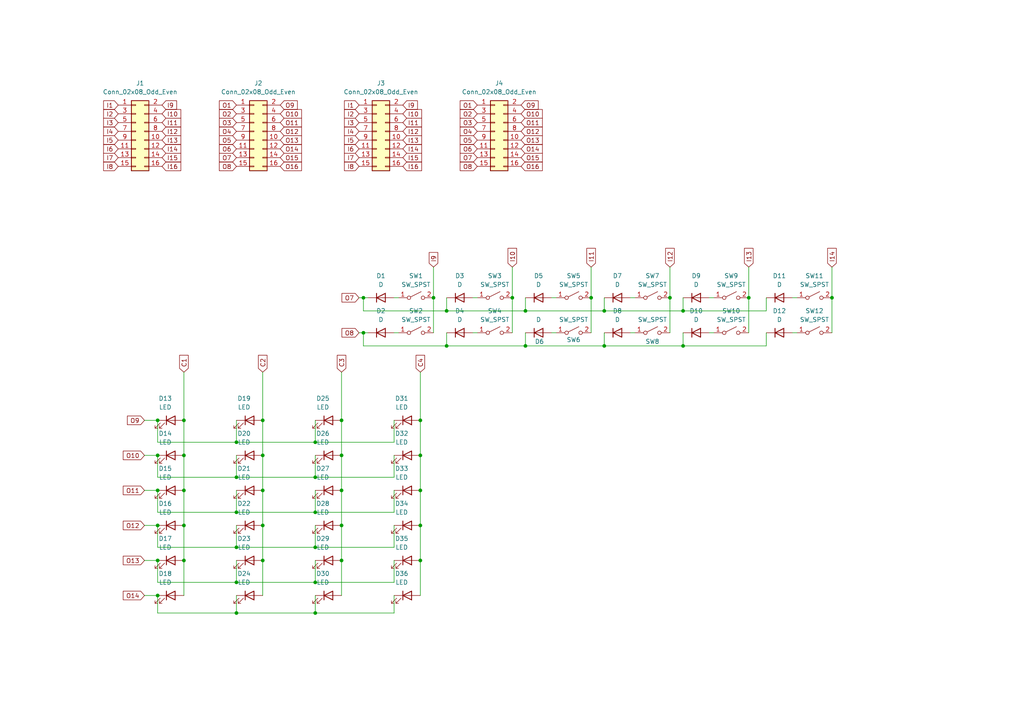
<source format=kicad_sch>
(kicad_sch
	(version 20231120)
	(generator "eeschema")
	(generator_version "8.0")
	(uuid "9e2a1df0-73f9-4e12-be16-3b9a3860da35")
	(paper "A4")
	(lib_symbols
		(symbol "Connector_Generic:Conn_02x08_Odd_Even"
			(pin_names
				(offset 1.016) hide)
			(exclude_from_sim no)
			(in_bom yes)
			(on_board yes)
			(property "Reference" "J"
				(at 1.27 10.16 0)
				(effects
					(font
						(size 1.27 1.27)
					)
				)
			)
			(property "Value" "Conn_02x08_Odd_Even"
				(at 1.27 -12.7 0)
				(effects
					(font
						(size 1.27 1.27)
					)
				)
			)
			(property "Footprint" ""
				(at 0 0 0)
				(effects
					(font
						(size 1.27 1.27)
					)
					(hide yes)
				)
			)
			(property "Datasheet" "~"
				(at 0 0 0)
				(effects
					(font
						(size 1.27 1.27)
					)
					(hide yes)
				)
			)
			(property "Description" "Generic connector, double row, 02x08, odd/even pin numbering scheme (row 1 odd numbers, row 2 even numbers), script generated (kicad-library-utils/schlib/autogen/connector/)"
				(at 0 0 0)
				(effects
					(font
						(size 1.27 1.27)
					)
					(hide yes)
				)
			)
			(property "ki_keywords" "connector"
				(at 0 0 0)
				(effects
					(font
						(size 1.27 1.27)
					)
					(hide yes)
				)
			)
			(property "ki_fp_filters" "Connector*:*_2x??_*"
				(at 0 0 0)
				(effects
					(font
						(size 1.27 1.27)
					)
					(hide yes)
				)
			)
			(symbol "Conn_02x08_Odd_Even_1_1"
				(rectangle
					(start -1.27 -10.033)
					(end 0 -10.287)
					(stroke
						(width 0.1524)
						(type default)
					)
					(fill
						(type none)
					)
				)
				(rectangle
					(start -1.27 -7.493)
					(end 0 -7.747)
					(stroke
						(width 0.1524)
						(type default)
					)
					(fill
						(type none)
					)
				)
				(rectangle
					(start -1.27 -4.953)
					(end 0 -5.207)
					(stroke
						(width 0.1524)
						(type default)
					)
					(fill
						(type none)
					)
				)
				(rectangle
					(start -1.27 -2.413)
					(end 0 -2.667)
					(stroke
						(width 0.1524)
						(type default)
					)
					(fill
						(type none)
					)
				)
				(rectangle
					(start -1.27 0.127)
					(end 0 -0.127)
					(stroke
						(width 0.1524)
						(type default)
					)
					(fill
						(type none)
					)
				)
				(rectangle
					(start -1.27 2.667)
					(end 0 2.413)
					(stroke
						(width 0.1524)
						(type default)
					)
					(fill
						(type none)
					)
				)
				(rectangle
					(start -1.27 5.207)
					(end 0 4.953)
					(stroke
						(width 0.1524)
						(type default)
					)
					(fill
						(type none)
					)
				)
				(rectangle
					(start -1.27 7.747)
					(end 0 7.493)
					(stroke
						(width 0.1524)
						(type default)
					)
					(fill
						(type none)
					)
				)
				(rectangle
					(start -1.27 8.89)
					(end 3.81 -11.43)
					(stroke
						(width 0.254)
						(type default)
					)
					(fill
						(type background)
					)
				)
				(rectangle
					(start 3.81 -10.033)
					(end 2.54 -10.287)
					(stroke
						(width 0.1524)
						(type default)
					)
					(fill
						(type none)
					)
				)
				(rectangle
					(start 3.81 -7.493)
					(end 2.54 -7.747)
					(stroke
						(width 0.1524)
						(type default)
					)
					(fill
						(type none)
					)
				)
				(rectangle
					(start 3.81 -4.953)
					(end 2.54 -5.207)
					(stroke
						(width 0.1524)
						(type default)
					)
					(fill
						(type none)
					)
				)
				(rectangle
					(start 3.81 -2.413)
					(end 2.54 -2.667)
					(stroke
						(width 0.1524)
						(type default)
					)
					(fill
						(type none)
					)
				)
				(rectangle
					(start 3.81 0.127)
					(end 2.54 -0.127)
					(stroke
						(width 0.1524)
						(type default)
					)
					(fill
						(type none)
					)
				)
				(rectangle
					(start 3.81 2.667)
					(end 2.54 2.413)
					(stroke
						(width 0.1524)
						(type default)
					)
					(fill
						(type none)
					)
				)
				(rectangle
					(start 3.81 5.207)
					(end 2.54 4.953)
					(stroke
						(width 0.1524)
						(type default)
					)
					(fill
						(type none)
					)
				)
				(rectangle
					(start 3.81 7.747)
					(end 2.54 7.493)
					(stroke
						(width 0.1524)
						(type default)
					)
					(fill
						(type none)
					)
				)
				(pin passive line
					(at -5.08 7.62 0)
					(length 3.81)
					(name "Pin_1"
						(effects
							(font
								(size 1.27 1.27)
							)
						)
					)
					(number "1"
						(effects
							(font
								(size 1.27 1.27)
							)
						)
					)
				)
				(pin passive line
					(at 7.62 -2.54 180)
					(length 3.81)
					(name "Pin_10"
						(effects
							(font
								(size 1.27 1.27)
							)
						)
					)
					(number "10"
						(effects
							(font
								(size 1.27 1.27)
							)
						)
					)
				)
				(pin passive line
					(at -5.08 -5.08 0)
					(length 3.81)
					(name "Pin_11"
						(effects
							(font
								(size 1.27 1.27)
							)
						)
					)
					(number "11"
						(effects
							(font
								(size 1.27 1.27)
							)
						)
					)
				)
				(pin passive line
					(at 7.62 -5.08 180)
					(length 3.81)
					(name "Pin_12"
						(effects
							(font
								(size 1.27 1.27)
							)
						)
					)
					(number "12"
						(effects
							(font
								(size 1.27 1.27)
							)
						)
					)
				)
				(pin passive line
					(at -5.08 -7.62 0)
					(length 3.81)
					(name "Pin_13"
						(effects
							(font
								(size 1.27 1.27)
							)
						)
					)
					(number "13"
						(effects
							(font
								(size 1.27 1.27)
							)
						)
					)
				)
				(pin passive line
					(at 7.62 -7.62 180)
					(length 3.81)
					(name "Pin_14"
						(effects
							(font
								(size 1.27 1.27)
							)
						)
					)
					(number "14"
						(effects
							(font
								(size 1.27 1.27)
							)
						)
					)
				)
				(pin passive line
					(at -5.08 -10.16 0)
					(length 3.81)
					(name "Pin_15"
						(effects
							(font
								(size 1.27 1.27)
							)
						)
					)
					(number "15"
						(effects
							(font
								(size 1.27 1.27)
							)
						)
					)
				)
				(pin passive line
					(at 7.62 -10.16 180)
					(length 3.81)
					(name "Pin_16"
						(effects
							(font
								(size 1.27 1.27)
							)
						)
					)
					(number "16"
						(effects
							(font
								(size 1.27 1.27)
							)
						)
					)
				)
				(pin passive line
					(at 7.62 7.62 180)
					(length 3.81)
					(name "Pin_2"
						(effects
							(font
								(size 1.27 1.27)
							)
						)
					)
					(number "2"
						(effects
							(font
								(size 1.27 1.27)
							)
						)
					)
				)
				(pin passive line
					(at -5.08 5.08 0)
					(length 3.81)
					(name "Pin_3"
						(effects
							(font
								(size 1.27 1.27)
							)
						)
					)
					(number "3"
						(effects
							(font
								(size 1.27 1.27)
							)
						)
					)
				)
				(pin passive line
					(at 7.62 5.08 180)
					(length 3.81)
					(name "Pin_4"
						(effects
							(font
								(size 1.27 1.27)
							)
						)
					)
					(number "4"
						(effects
							(font
								(size 1.27 1.27)
							)
						)
					)
				)
				(pin passive line
					(at -5.08 2.54 0)
					(length 3.81)
					(name "Pin_5"
						(effects
							(font
								(size 1.27 1.27)
							)
						)
					)
					(number "5"
						(effects
							(font
								(size 1.27 1.27)
							)
						)
					)
				)
				(pin passive line
					(at 7.62 2.54 180)
					(length 3.81)
					(name "Pin_6"
						(effects
							(font
								(size 1.27 1.27)
							)
						)
					)
					(number "6"
						(effects
							(font
								(size 1.27 1.27)
							)
						)
					)
				)
				(pin passive line
					(at -5.08 0 0)
					(length 3.81)
					(name "Pin_7"
						(effects
							(font
								(size 1.27 1.27)
							)
						)
					)
					(number "7"
						(effects
							(font
								(size 1.27 1.27)
							)
						)
					)
				)
				(pin passive line
					(at 7.62 0 180)
					(length 3.81)
					(name "Pin_8"
						(effects
							(font
								(size 1.27 1.27)
							)
						)
					)
					(number "8"
						(effects
							(font
								(size 1.27 1.27)
							)
						)
					)
				)
				(pin passive line
					(at -5.08 -2.54 0)
					(length 3.81)
					(name "Pin_9"
						(effects
							(font
								(size 1.27 1.27)
							)
						)
					)
					(number "9"
						(effects
							(font
								(size 1.27 1.27)
							)
						)
					)
				)
			)
		)
		(symbol "Device:D"
			(pin_numbers hide)
			(pin_names
				(offset 1.016) hide)
			(exclude_from_sim no)
			(in_bom yes)
			(on_board yes)
			(property "Reference" "D"
				(at 0 2.54 0)
				(effects
					(font
						(size 1.27 1.27)
					)
				)
			)
			(property "Value" "D"
				(at 0 -2.54 0)
				(effects
					(font
						(size 1.27 1.27)
					)
				)
			)
			(property "Footprint" ""
				(at 0 0 0)
				(effects
					(font
						(size 1.27 1.27)
					)
					(hide yes)
				)
			)
			(property "Datasheet" "~"
				(at 0 0 0)
				(effects
					(font
						(size 1.27 1.27)
					)
					(hide yes)
				)
			)
			(property "Description" "Diode"
				(at 0 0 0)
				(effects
					(font
						(size 1.27 1.27)
					)
					(hide yes)
				)
			)
			(property "Sim.Device" "D"
				(at 0 0 0)
				(effects
					(font
						(size 1.27 1.27)
					)
					(hide yes)
				)
			)
			(property "Sim.Pins" "1=K 2=A"
				(at 0 0 0)
				(effects
					(font
						(size 1.27 1.27)
					)
					(hide yes)
				)
			)
			(property "ki_keywords" "diode"
				(at 0 0 0)
				(effects
					(font
						(size 1.27 1.27)
					)
					(hide yes)
				)
			)
			(property "ki_fp_filters" "TO-???* *_Diode_* *SingleDiode* D_*"
				(at 0 0 0)
				(effects
					(font
						(size 1.27 1.27)
					)
					(hide yes)
				)
			)
			(symbol "D_0_1"
				(polyline
					(pts
						(xy -1.27 1.27) (xy -1.27 -1.27)
					)
					(stroke
						(width 0.254)
						(type default)
					)
					(fill
						(type none)
					)
				)
				(polyline
					(pts
						(xy 1.27 0) (xy -1.27 0)
					)
					(stroke
						(width 0)
						(type default)
					)
					(fill
						(type none)
					)
				)
				(polyline
					(pts
						(xy 1.27 1.27) (xy 1.27 -1.27) (xy -1.27 0) (xy 1.27 1.27)
					)
					(stroke
						(width 0.254)
						(type default)
					)
					(fill
						(type none)
					)
				)
			)
			(symbol "D_1_1"
				(pin passive line
					(at -3.81 0 0)
					(length 2.54)
					(name "K"
						(effects
							(font
								(size 1.27 1.27)
							)
						)
					)
					(number "1"
						(effects
							(font
								(size 1.27 1.27)
							)
						)
					)
				)
				(pin passive line
					(at 3.81 0 180)
					(length 2.54)
					(name "A"
						(effects
							(font
								(size 1.27 1.27)
							)
						)
					)
					(number "2"
						(effects
							(font
								(size 1.27 1.27)
							)
						)
					)
				)
			)
		)
		(symbol "Device:LED"
			(pin_numbers hide)
			(pin_names
				(offset 1.016) hide)
			(exclude_from_sim no)
			(in_bom yes)
			(on_board yes)
			(property "Reference" "D"
				(at 0 2.54 0)
				(effects
					(font
						(size 1.27 1.27)
					)
				)
			)
			(property "Value" "LED"
				(at 0 -2.54 0)
				(effects
					(font
						(size 1.27 1.27)
					)
				)
			)
			(property "Footprint" ""
				(at 0 0 0)
				(effects
					(font
						(size 1.27 1.27)
					)
					(hide yes)
				)
			)
			(property "Datasheet" "~"
				(at 0 0 0)
				(effects
					(font
						(size 1.27 1.27)
					)
					(hide yes)
				)
			)
			(property "Description" "Light emitting diode"
				(at 0 0 0)
				(effects
					(font
						(size 1.27 1.27)
					)
					(hide yes)
				)
			)
			(property "ki_keywords" "LED diode"
				(at 0 0 0)
				(effects
					(font
						(size 1.27 1.27)
					)
					(hide yes)
				)
			)
			(property "ki_fp_filters" "LED* LED_SMD:* LED_THT:*"
				(at 0 0 0)
				(effects
					(font
						(size 1.27 1.27)
					)
					(hide yes)
				)
			)
			(symbol "LED_0_1"
				(polyline
					(pts
						(xy -1.27 -1.27) (xy -1.27 1.27)
					)
					(stroke
						(width 0.254)
						(type default)
					)
					(fill
						(type none)
					)
				)
				(polyline
					(pts
						(xy -1.27 0) (xy 1.27 0)
					)
					(stroke
						(width 0)
						(type default)
					)
					(fill
						(type none)
					)
				)
				(polyline
					(pts
						(xy 1.27 -1.27) (xy 1.27 1.27) (xy -1.27 0) (xy 1.27 -1.27)
					)
					(stroke
						(width 0.254)
						(type default)
					)
					(fill
						(type none)
					)
				)
				(polyline
					(pts
						(xy -3.048 -0.762) (xy -4.572 -2.286) (xy -3.81 -2.286) (xy -4.572 -2.286) (xy -4.572 -1.524)
					)
					(stroke
						(width 0)
						(type default)
					)
					(fill
						(type none)
					)
				)
				(polyline
					(pts
						(xy -1.778 -0.762) (xy -3.302 -2.286) (xy -2.54 -2.286) (xy -3.302 -2.286) (xy -3.302 -1.524)
					)
					(stroke
						(width 0)
						(type default)
					)
					(fill
						(type none)
					)
				)
			)
			(symbol "LED_1_1"
				(pin passive line
					(at -3.81 0 0)
					(length 2.54)
					(name "K"
						(effects
							(font
								(size 1.27 1.27)
							)
						)
					)
					(number "1"
						(effects
							(font
								(size 1.27 1.27)
							)
						)
					)
				)
				(pin passive line
					(at 3.81 0 180)
					(length 2.54)
					(name "A"
						(effects
							(font
								(size 1.27 1.27)
							)
						)
					)
					(number "2"
						(effects
							(font
								(size 1.27 1.27)
							)
						)
					)
				)
			)
		)
		(symbol "Switch:SW_SPST"
			(pin_names
				(offset 0) hide)
			(exclude_from_sim no)
			(in_bom yes)
			(on_board yes)
			(property "Reference" "SW"
				(at 0 3.175 0)
				(effects
					(font
						(size 1.27 1.27)
					)
				)
			)
			(property "Value" "SW_SPST"
				(at 0 -2.54 0)
				(effects
					(font
						(size 1.27 1.27)
					)
				)
			)
			(property "Footprint" ""
				(at 0 0 0)
				(effects
					(font
						(size 1.27 1.27)
					)
					(hide yes)
				)
			)
			(property "Datasheet" "~"
				(at 0 0 0)
				(effects
					(font
						(size 1.27 1.27)
					)
					(hide yes)
				)
			)
			(property "Description" "Single Pole Single Throw (SPST) switch"
				(at 0 0 0)
				(effects
					(font
						(size 1.27 1.27)
					)
					(hide yes)
				)
			)
			(property "ki_keywords" "switch lever"
				(at 0 0 0)
				(effects
					(font
						(size 1.27 1.27)
					)
					(hide yes)
				)
			)
			(symbol "SW_SPST_0_0"
				(circle
					(center -2.032 0)
					(radius 0.508)
					(stroke
						(width 0)
						(type default)
					)
					(fill
						(type none)
					)
				)
				(polyline
					(pts
						(xy -1.524 0.254) (xy 1.524 1.778)
					)
					(stroke
						(width 0)
						(type default)
					)
					(fill
						(type none)
					)
				)
				(circle
					(center 2.032 0)
					(radius 0.508)
					(stroke
						(width 0)
						(type default)
					)
					(fill
						(type none)
					)
				)
			)
			(symbol "SW_SPST_1_1"
				(pin passive line
					(at -5.08 0 0)
					(length 2.54)
					(name "A"
						(effects
							(font
								(size 1.27 1.27)
							)
						)
					)
					(number "1"
						(effects
							(font
								(size 1.27 1.27)
							)
						)
					)
				)
				(pin passive line
					(at 5.08 0 180)
					(length 2.54)
					(name "B"
						(effects
							(font
								(size 1.27 1.27)
							)
						)
					)
					(number "2"
						(effects
							(font
								(size 1.27 1.27)
							)
						)
					)
				)
			)
		)
	)
	(junction
		(at 175.26 100.33)
		(diameter 0)
		(color 0 0 0 0)
		(uuid "030b9705-6636-4258-916b-745f8ba79995")
	)
	(junction
		(at 99.06 142.24)
		(diameter 0)
		(color 0 0 0 0)
		(uuid "09d2fbaa-3640-4a04-a695-7322a36c6b84")
	)
	(junction
		(at 68.58 168.91)
		(diameter 0)
		(color 0 0 0 0)
		(uuid "16c6ee5a-0323-48a5-9808-b639d6b25d1a")
	)
	(junction
		(at 129.54 90.17)
		(diameter 0)
		(color 0 0 0 0)
		(uuid "2306d696-f360-40fc-ab67-bb36707a00cb")
	)
	(junction
		(at 76.2 142.24)
		(diameter 0)
		(color 0 0 0 0)
		(uuid "26b12c4b-40a7-4fe8-ada6-d39727946189")
	)
	(junction
		(at 68.58 158.75)
		(diameter 0)
		(color 0 0 0 0)
		(uuid "301a044c-c068-4338-917a-6f4a2efacef6")
	)
	(junction
		(at 171.45 86.36)
		(diameter 0)
		(color 0 0 0 0)
		(uuid "30c3fcf6-5ef1-4905-82bd-2efaa2152f5b")
	)
	(junction
		(at 99.06 162.56)
		(diameter 0)
		(color 0 0 0 0)
		(uuid "35303605-5ce7-4d8c-ae05-3e1938589d1a")
	)
	(junction
		(at 105.41 86.36)
		(diameter 0)
		(color 0 0 0 0)
		(uuid "37384896-a770-4bc3-9575-d34efe3e7322")
	)
	(junction
		(at 91.44 148.59)
		(diameter 0)
		(color 0 0 0 0)
		(uuid "3766d937-aa47-4ba5-8338-8a52f9ddc09b")
	)
	(junction
		(at 76.2 121.92)
		(diameter 0)
		(color 0 0 0 0)
		(uuid "3847ba76-c452-4b6b-bbfa-4f18b9c5c783")
	)
	(junction
		(at 45.72 162.56)
		(diameter 0)
		(color 0 0 0 0)
		(uuid "3f038b49-d274-446f-80fe-5d42f22b4c51")
	)
	(junction
		(at 53.34 152.4)
		(diameter 0)
		(color 0 0 0 0)
		(uuid "4202d3a5-247c-47b9-849e-38540ec5dfb2")
	)
	(junction
		(at 91.44 177.8)
		(diameter 0)
		(color 0 0 0 0)
		(uuid "46408b7f-46b0-47a8-baff-14a337d7feb1")
	)
	(junction
		(at 76.2 162.56)
		(diameter 0)
		(color 0 0 0 0)
		(uuid "4cca3e99-f320-430e-8d67-b06b6ba35662")
	)
	(junction
		(at 76.2 132.08)
		(diameter 0)
		(color 0 0 0 0)
		(uuid "53a09a28-16db-4a0a-9bd2-7612d2b4b469")
	)
	(junction
		(at 45.72 132.08)
		(diameter 0)
		(color 0 0 0 0)
		(uuid "5b91d609-dae8-41c1-b8ee-2302a9e498cd")
	)
	(junction
		(at 53.34 162.56)
		(diameter 0)
		(color 0 0 0 0)
		(uuid "5f13b9bf-4b84-427f-b4c3-5b20fc5c9560")
	)
	(junction
		(at 68.58 148.59)
		(diameter 0)
		(color 0 0 0 0)
		(uuid "5f9c7f2d-6fe0-40dc-a0d8-a184e46d5039")
	)
	(junction
		(at 241.3 86.36)
		(diameter 0)
		(color 0 0 0 0)
		(uuid "64e18792-7128-4777-ae29-e776dfe496f8")
	)
	(junction
		(at 91.44 138.43)
		(diameter 0)
		(color 0 0 0 0)
		(uuid "659c4a7d-d727-4f4d-8d8b-1a44721e4f7b")
	)
	(junction
		(at 175.26 90.17)
		(diameter 0)
		(color 0 0 0 0)
		(uuid "6701d4cf-2102-43d2-b6e2-e3e7bbe691b0")
	)
	(junction
		(at 125.73 86.36)
		(diameter 0)
		(color 0 0 0 0)
		(uuid "6a005728-8c50-4dda-aa71-e9d2b9c650c3")
	)
	(junction
		(at 105.41 96.52)
		(diameter 0)
		(color 0 0 0 0)
		(uuid "6cd9b329-66b4-4acc-98dc-1e9eeb17f4d0")
	)
	(junction
		(at 99.06 152.4)
		(diameter 0)
		(color 0 0 0 0)
		(uuid "7863d897-0fb8-48ea-9627-2dd84403b16d")
	)
	(junction
		(at 121.92 121.92)
		(diameter 0)
		(color 0 0 0 0)
		(uuid "7a72a586-d2f6-410c-9abf-4d66eb265fe3")
	)
	(junction
		(at 121.92 142.24)
		(diameter 0)
		(color 0 0 0 0)
		(uuid "7b90221b-b878-4115-ac91-2d37768b4172")
	)
	(junction
		(at 121.92 152.4)
		(diameter 0)
		(color 0 0 0 0)
		(uuid "83908e04-e26f-4e1a-a1e0-96210fe1e495")
	)
	(junction
		(at 53.34 121.92)
		(diameter 0)
		(color 0 0 0 0)
		(uuid "854c830c-d22e-4e2e-9c10-23774f36a542")
	)
	(junction
		(at 76.2 152.4)
		(diameter 0)
		(color 0 0 0 0)
		(uuid "8a7147b6-b946-4e10-91f4-e697156117b8")
	)
	(junction
		(at 45.72 121.92)
		(diameter 0)
		(color 0 0 0 0)
		(uuid "8b3bc10e-c4c0-4770-9ebf-5c153d20cfcf")
	)
	(junction
		(at 121.92 132.08)
		(diameter 0)
		(color 0 0 0 0)
		(uuid "93bd7c2d-74eb-464d-a4c3-0415a965856b")
	)
	(junction
		(at 68.58 177.8)
		(diameter 0)
		(color 0 0 0 0)
		(uuid "94a13589-37f7-475e-8200-8adf5824d5ed")
	)
	(junction
		(at 152.4 90.17)
		(diameter 0)
		(color 0 0 0 0)
		(uuid "9754c05a-29bd-43db-805b-626aa23c41c8")
	)
	(junction
		(at 45.72 142.24)
		(diameter 0)
		(color 0 0 0 0)
		(uuid "97a4fe79-edd4-4429-ba99-7bd5df69d60f")
	)
	(junction
		(at 148.59 86.36)
		(diameter 0)
		(color 0 0 0 0)
		(uuid "9e58746c-923d-4dd9-8b0e-109cc577d4e5")
	)
	(junction
		(at 152.4 100.33)
		(diameter 0)
		(color 0 0 0 0)
		(uuid "a3a1105a-4ea3-4b54-8c27-de4075ee35a4")
	)
	(junction
		(at 91.44 158.75)
		(diameter 0)
		(color 0 0 0 0)
		(uuid "a5aa0ac0-a4b4-440a-adf3-79c706c6a1bd")
	)
	(junction
		(at 99.06 121.92)
		(diameter 0)
		(color 0 0 0 0)
		(uuid "a702e1b3-0ec1-4cc8-9613-18cc66eeb632")
	)
	(junction
		(at 68.58 138.43)
		(diameter 0)
		(color 0 0 0 0)
		(uuid "a7d4f952-64ad-4b8e-aa36-661ea7adb688")
	)
	(junction
		(at 91.44 168.91)
		(diameter 0)
		(color 0 0 0 0)
		(uuid "b6b645f6-b91b-4ee5-8108-ea2835d7419e")
	)
	(junction
		(at 45.72 172.72)
		(diameter 0)
		(color 0 0 0 0)
		(uuid "b85d90b8-2d19-4b76-b0ea-6cea968c713a")
	)
	(junction
		(at 129.54 100.33)
		(diameter 0)
		(color 0 0 0 0)
		(uuid "b97829eb-7e6b-4022-a8c4-a586f4b0adde")
	)
	(junction
		(at 217.17 86.36)
		(diameter 0)
		(color 0 0 0 0)
		(uuid "bef025c4-b5fa-476c-9ee0-1e47003ce7ee")
	)
	(junction
		(at 198.12 100.33)
		(diameter 0)
		(color 0 0 0 0)
		(uuid "bf4b2379-c239-4b58-bd3c-b18298777b4c")
	)
	(junction
		(at 91.44 128.27)
		(diameter 0)
		(color 0 0 0 0)
		(uuid "ca3d5cbe-9087-4aa3-b4a0-e3af520bff24")
	)
	(junction
		(at 121.92 162.56)
		(diameter 0)
		(color 0 0 0 0)
		(uuid "ce8ebbc8-b4f9-4603-8554-5f003d033aba")
	)
	(junction
		(at 53.34 132.08)
		(diameter 0)
		(color 0 0 0 0)
		(uuid "d295fc12-8b8e-42eb-82f6-bc0820375728")
	)
	(junction
		(at 99.06 132.08)
		(diameter 0)
		(color 0 0 0 0)
		(uuid "db8a5f9b-ad9c-464f-bc98-0077ae36d505")
	)
	(junction
		(at 45.72 152.4)
		(diameter 0)
		(color 0 0 0 0)
		(uuid "ea698484-9afb-4491-9cb3-402a43892748")
	)
	(junction
		(at 198.12 90.17)
		(diameter 0)
		(color 0 0 0 0)
		(uuid "f04ca7af-7442-4dff-9cf1-226811064b2e")
	)
	(junction
		(at 194.31 86.36)
		(diameter 0)
		(color 0 0 0 0)
		(uuid "f11cf93a-9828-4770-994e-a994465d0e8e")
	)
	(junction
		(at 53.34 142.24)
		(diameter 0)
		(color 0 0 0 0)
		(uuid "f35974ec-897b-4a2a-a564-a2b86001fe53")
	)
	(junction
		(at 68.58 128.27)
		(diameter 0)
		(color 0 0 0 0)
		(uuid "f4914cc9-0c22-46ca-a397-7f88cc614d31")
	)
	(wire
		(pts
			(xy 114.3 121.92) (xy 114.3 128.27)
		)
		(stroke
			(width 0)
			(type default)
		)
		(uuid "0270602d-44a7-4d1a-b226-6b5558679ae9")
	)
	(wire
		(pts
			(xy 68.58 158.75) (xy 91.44 158.75)
		)
		(stroke
			(width 0)
			(type default)
		)
		(uuid "04671c5b-21a4-4a74-bac0-2623a947b6ed")
	)
	(wire
		(pts
			(xy 129.54 96.52) (xy 129.54 100.33)
		)
		(stroke
			(width 0)
			(type default)
		)
		(uuid "07aefcf9-cffd-4d2d-b39d-07610430077e")
	)
	(wire
		(pts
			(xy 99.06 132.08) (xy 99.06 142.24)
		)
		(stroke
			(width 0)
			(type default)
		)
		(uuid "0c8ecca2-d86e-445e-8990-e5baca687e4b")
	)
	(wire
		(pts
			(xy 41.91 152.4) (xy 45.72 152.4)
		)
		(stroke
			(width 0)
			(type default)
		)
		(uuid "0fbd0b5f-05d6-463d-85ef-5da55f4fa1ae")
	)
	(wire
		(pts
			(xy 53.34 132.08) (xy 53.34 142.24)
		)
		(stroke
			(width 0)
			(type default)
		)
		(uuid "1108eb90-ee25-48bc-9a6a-42cf6036aa77")
	)
	(wire
		(pts
			(xy 152.4 90.17) (xy 175.26 90.17)
		)
		(stroke
			(width 0)
			(type default)
		)
		(uuid "13c9828d-914c-4e05-a63e-da84a4177d06")
	)
	(wire
		(pts
			(xy 76.2 132.08) (xy 76.2 142.24)
		)
		(stroke
			(width 0)
			(type default)
		)
		(uuid "13df64a7-1a11-49c3-959a-0c2a51594cf9")
	)
	(wire
		(pts
			(xy 45.72 168.91) (xy 68.58 168.91)
		)
		(stroke
			(width 0)
			(type default)
		)
		(uuid "13e332aa-0e1d-481c-a795-f19dc6c89d84")
	)
	(wire
		(pts
			(xy 121.92 152.4) (xy 121.92 162.56)
		)
		(stroke
			(width 0)
			(type default)
		)
		(uuid "14b2b1fb-27ea-446d-95b8-437399483edc")
	)
	(wire
		(pts
			(xy 121.92 107.95) (xy 121.92 121.92)
		)
		(stroke
			(width 0)
			(type default)
		)
		(uuid "153dc415-8696-4314-ab82-33903d838372")
	)
	(wire
		(pts
			(xy 91.44 158.75) (xy 114.3 158.75)
		)
		(stroke
			(width 0)
			(type default)
		)
		(uuid "1d819470-09b5-4c74-bf12-7254f850b52f")
	)
	(wire
		(pts
			(xy 121.92 132.08) (xy 121.92 142.24)
		)
		(stroke
			(width 0)
			(type default)
		)
		(uuid "20e19ba9-d297-4102-8bbc-c6a8573fe2a4")
	)
	(wire
		(pts
			(xy 148.59 86.36) (xy 148.59 96.52)
		)
		(stroke
			(width 0)
			(type default)
		)
		(uuid "214e86ea-de29-48d8-9f3f-cacf8d01190b")
	)
	(wire
		(pts
			(xy 175.26 86.36) (xy 175.26 90.17)
		)
		(stroke
			(width 0)
			(type default)
		)
		(uuid "2220f3b6-2f4a-490b-925c-93d5d198852a")
	)
	(wire
		(pts
			(xy 91.44 128.27) (xy 114.3 128.27)
		)
		(stroke
			(width 0)
			(type default)
		)
		(uuid "22eb3385-f399-4106-ab40-12e6a36a11a3")
	)
	(wire
		(pts
			(xy 68.58 128.27) (xy 91.44 128.27)
		)
		(stroke
			(width 0)
			(type default)
		)
		(uuid "2a57b3a0-4b10-4528-be51-2180b10d3657")
	)
	(wire
		(pts
			(xy 91.44 168.91) (xy 114.3 168.91)
		)
		(stroke
			(width 0)
			(type default)
		)
		(uuid "2b324a67-edb4-4944-a957-7b7fedbf7df0")
	)
	(wire
		(pts
			(xy 45.72 148.59) (xy 68.58 148.59)
		)
		(stroke
			(width 0)
			(type default)
		)
		(uuid "2c1ab86e-bc65-4fdd-9cc1-faf113e08efe")
	)
	(wire
		(pts
			(xy 194.31 77.47) (xy 194.31 86.36)
		)
		(stroke
			(width 0)
			(type default)
		)
		(uuid "2c6d7a4b-bcc0-4131-bcfb-271bc5a4fb7a")
	)
	(wire
		(pts
			(xy 41.91 142.24) (xy 45.72 142.24)
		)
		(stroke
			(width 0)
			(type default)
		)
		(uuid "2d8398d5-bb40-47d1-bb6c-72df42f88836")
	)
	(wire
		(pts
			(xy 217.17 86.36) (xy 217.17 96.52)
		)
		(stroke
			(width 0)
			(type default)
		)
		(uuid "315afed2-25b5-4037-86b2-486fa5311e96")
	)
	(wire
		(pts
			(xy 129.54 90.17) (xy 105.41 90.17)
		)
		(stroke
			(width 0)
			(type default)
		)
		(uuid "342b7e37-f09d-4f56-8192-ff0547b9a190")
	)
	(wire
		(pts
			(xy 41.91 132.08) (xy 45.72 132.08)
		)
		(stroke
			(width 0)
			(type default)
		)
		(uuid "376cca1b-f057-42e1-b505-a0ef9a3ef70b")
	)
	(wire
		(pts
			(xy 114.3 162.56) (xy 114.3 168.91)
		)
		(stroke
			(width 0)
			(type default)
		)
		(uuid "3c708455-a290-4e13-b843-f67d687a49b7")
	)
	(wire
		(pts
			(xy 41.91 172.72) (xy 45.72 172.72)
		)
		(stroke
			(width 0)
			(type default)
		)
		(uuid "3d75d9f2-64bd-41fb-be97-e351d0451274")
	)
	(wire
		(pts
			(xy 45.72 177.8) (xy 68.58 177.8)
		)
		(stroke
			(width 0)
			(type default)
		)
		(uuid "3e143bbe-defd-492b-92a2-55e1a07a99ea")
	)
	(wire
		(pts
			(xy 91.44 138.43) (xy 114.3 138.43)
		)
		(stroke
			(width 0)
			(type default)
		)
		(uuid "439fd240-313d-4450-9b16-e0b5814873d2")
	)
	(wire
		(pts
			(xy 45.72 138.43) (xy 45.72 132.08)
		)
		(stroke
			(width 0)
			(type default)
		)
		(uuid "443c681b-b8a5-4787-a1ea-651f4507ba05")
	)
	(wire
		(pts
			(xy 175.26 96.52) (xy 175.26 100.33)
		)
		(stroke
			(width 0)
			(type default)
		)
		(uuid "4467a810-75dd-47cf-b5ec-a4972dcc7d98")
	)
	(wire
		(pts
			(xy 205.74 86.36) (xy 207.01 86.36)
		)
		(stroke
			(width 0)
			(type default)
		)
		(uuid "460daf64-6423-425a-b1d4-61c2535016a8")
	)
	(wire
		(pts
			(xy 114.3 86.36) (xy 115.57 86.36)
		)
		(stroke
			(width 0)
			(type default)
		)
		(uuid "46b504da-ce30-4d97-96c8-fd58576b6404")
	)
	(wire
		(pts
			(xy 68.58 177.8) (xy 91.44 177.8)
		)
		(stroke
			(width 0)
			(type default)
		)
		(uuid "46dbf577-b612-4319-a1f1-c9ab3dacd8f8")
	)
	(wire
		(pts
			(xy 114.3 152.4) (xy 114.3 158.75)
		)
		(stroke
			(width 0)
			(type default)
		)
		(uuid "487fe799-2fcc-4f49-a62e-3cced3ea6566")
	)
	(wire
		(pts
			(xy 76.2 121.92) (xy 76.2 107.95)
		)
		(stroke
			(width 0)
			(type default)
		)
		(uuid "48be4b78-3c5c-4486-8354-a0d2302da276")
	)
	(wire
		(pts
			(xy 114.3 96.52) (xy 115.57 96.52)
		)
		(stroke
			(width 0)
			(type default)
		)
		(uuid "4c88d0d7-729c-4d58-9520-1f5c40dbc0e8")
	)
	(wire
		(pts
			(xy 68.58 138.43) (xy 91.44 138.43)
		)
		(stroke
			(width 0)
			(type default)
		)
		(uuid "4d335771-8dfd-48a1-8943-747da2032715")
	)
	(wire
		(pts
			(xy 229.87 96.52) (xy 231.14 96.52)
		)
		(stroke
			(width 0)
			(type default)
		)
		(uuid "4f3e3d08-0d33-4412-80b0-65b7ea54db22")
	)
	(wire
		(pts
			(xy 125.73 77.47) (xy 125.73 86.36)
		)
		(stroke
			(width 0)
			(type default)
		)
		(uuid "5338f4e8-a799-49de-b47b-a69b83c70caf")
	)
	(wire
		(pts
			(xy 45.72 168.91) (xy 45.72 162.56)
		)
		(stroke
			(width 0)
			(type default)
		)
		(uuid "59a43cef-c278-43e4-b5e3-67ad64f01841")
	)
	(wire
		(pts
			(xy 91.44 152.4) (xy 91.44 158.75)
		)
		(stroke
			(width 0)
			(type default)
		)
		(uuid "59fc17f6-5f39-4962-8d8f-0d4c494cee00")
	)
	(wire
		(pts
			(xy 45.72 128.27) (xy 68.58 128.27)
		)
		(stroke
			(width 0)
			(type default)
		)
		(uuid "5c49a503-7d1b-479e-baac-2597d0281bfe")
	)
	(wire
		(pts
			(xy 99.06 142.24) (xy 99.06 152.4)
		)
		(stroke
			(width 0)
			(type default)
		)
		(uuid "5f4dd9d2-8e09-4453-b195-6dcddc62abee")
	)
	(wire
		(pts
			(xy 114.3 132.08) (xy 114.3 138.43)
		)
		(stroke
			(width 0)
			(type default)
		)
		(uuid "636151da-0b66-4425-86df-c529fc4f7f5d")
	)
	(wire
		(pts
			(xy 152.4 100.33) (xy 175.26 100.33)
		)
		(stroke
			(width 0)
			(type default)
		)
		(uuid "679449a5-cc25-4b84-8b6b-19bfd8d1fffb")
	)
	(wire
		(pts
			(xy 41.91 121.92) (xy 45.72 121.92)
		)
		(stroke
			(width 0)
			(type default)
		)
		(uuid "6847f390-cc5b-45a2-8b70-8a82687b7568")
	)
	(wire
		(pts
			(xy 105.41 90.17) (xy 105.41 86.36)
		)
		(stroke
			(width 0)
			(type default)
		)
		(uuid "6abef53a-699f-4925-8439-ae28a931ea93")
	)
	(wire
		(pts
			(xy 114.3 172.72) (xy 114.3 177.8)
		)
		(stroke
			(width 0)
			(type default)
		)
		(uuid "6ae77435-a946-4f2c-b49e-670b09a729b0")
	)
	(wire
		(pts
			(xy 91.44 177.8) (xy 114.3 177.8)
		)
		(stroke
			(width 0)
			(type default)
		)
		(uuid "6c1629c4-fd5d-4567-952a-b6c560f420aa")
	)
	(wire
		(pts
			(xy 198.12 96.52) (xy 198.12 100.33)
		)
		(stroke
			(width 0)
			(type default)
		)
		(uuid "6ccde7a8-0b7c-4bbc-ae8a-e64f0b30ae89")
	)
	(wire
		(pts
			(xy 198.12 100.33) (xy 222.25 100.33)
		)
		(stroke
			(width 0)
			(type default)
		)
		(uuid "6cd461d5-fb5c-4877-bd51-cc7f37d7b348")
	)
	(wire
		(pts
			(xy 121.92 121.92) (xy 121.92 132.08)
		)
		(stroke
			(width 0)
			(type default)
		)
		(uuid "6eb6c651-7ab1-434e-b223-1c1d350a9637")
	)
	(wire
		(pts
			(xy 99.06 162.56) (xy 99.06 172.72)
		)
		(stroke
			(width 0)
			(type default)
		)
		(uuid "7086b324-d839-4bde-913d-beca51a52890")
	)
	(wire
		(pts
			(xy 105.41 100.33) (xy 105.41 96.52)
		)
		(stroke
			(width 0)
			(type default)
		)
		(uuid "70cab8cb-644e-4a59-8d9b-528c5debdae6")
	)
	(wire
		(pts
			(xy 105.41 86.36) (xy 106.68 86.36)
		)
		(stroke
			(width 0)
			(type default)
		)
		(uuid "718a6a6b-0bde-47f4-a230-13d48f3e6ffd")
	)
	(wire
		(pts
			(xy 222.25 96.52) (xy 222.25 100.33)
		)
		(stroke
			(width 0)
			(type default)
		)
		(uuid "71a03ad4-ddac-473a-89cd-142b534776d6")
	)
	(wire
		(pts
			(xy 76.2 162.56) (xy 76.2 172.72)
		)
		(stroke
			(width 0)
			(type default)
		)
		(uuid "71a41fdb-d342-4334-856b-f1959274fc55")
	)
	(wire
		(pts
			(xy 129.54 90.17) (xy 152.4 90.17)
		)
		(stroke
			(width 0)
			(type default)
		)
		(uuid "78040f7f-13c3-4056-86be-03e2d6fc8dc8")
	)
	(wire
		(pts
			(xy 137.16 86.36) (xy 138.43 86.36)
		)
		(stroke
			(width 0)
			(type default)
		)
		(uuid "78647b9f-3b32-4f61-94be-2fdc468a2333")
	)
	(wire
		(pts
			(xy 148.59 77.47) (xy 148.59 86.36)
		)
		(stroke
			(width 0)
			(type default)
		)
		(uuid "794bba1a-159e-4c3c-bb08-e16e101d9e81")
	)
	(wire
		(pts
			(xy 129.54 86.36) (xy 129.54 90.17)
		)
		(stroke
			(width 0)
			(type default)
		)
		(uuid "7a8c6a4f-958e-4755-85eb-bcf459c16b72")
	)
	(wire
		(pts
			(xy 53.34 162.56) (xy 53.34 172.72)
		)
		(stroke
			(width 0)
			(type default)
		)
		(uuid "7c190928-c8b5-445c-b749-2b8565a03309")
	)
	(wire
		(pts
			(xy 68.58 162.56) (xy 68.58 168.91)
		)
		(stroke
			(width 0)
			(type default)
		)
		(uuid "7eb58934-a281-40ff-9a96-444bed927e8b")
	)
	(wire
		(pts
			(xy 125.73 86.36) (xy 125.73 96.52)
		)
		(stroke
			(width 0)
			(type default)
		)
		(uuid "7f1c9405-af3a-44e1-a260-6492539a23d7")
	)
	(wire
		(pts
			(xy 121.92 142.24) (xy 121.92 152.4)
		)
		(stroke
			(width 0)
			(type default)
		)
		(uuid "830526ac-caa0-4325-8e67-5999b059427f")
	)
	(wire
		(pts
			(xy 91.44 121.92) (xy 91.44 128.27)
		)
		(stroke
			(width 0)
			(type default)
		)
		(uuid "83cc4f54-0074-44a1-b87a-aa7bd353286a")
	)
	(wire
		(pts
			(xy 45.72 158.75) (xy 68.58 158.75)
		)
		(stroke
			(width 0)
			(type default)
		)
		(uuid "847903e0-6828-4654-be0b-f5ed5be138ab")
	)
	(wire
		(pts
			(xy 68.58 168.91) (xy 91.44 168.91)
		)
		(stroke
			(width 0)
			(type default)
		)
		(uuid "892d26cc-fa23-4875-8183-3efa30999f58")
	)
	(wire
		(pts
			(xy 152.4 86.36) (xy 152.4 90.17)
		)
		(stroke
			(width 0)
			(type default)
		)
		(uuid "89c23d18-adf9-4a95-94d3-cb5e64ad6c74")
	)
	(wire
		(pts
			(xy 45.72 158.75) (xy 45.72 152.4)
		)
		(stroke
			(width 0)
			(type default)
		)
		(uuid "8d3ff9da-f0b8-4f88-9fa2-15b3ba6bf39d")
	)
	(wire
		(pts
			(xy 121.92 162.56) (xy 121.92 172.72)
		)
		(stroke
			(width 0)
			(type default)
		)
		(uuid "8f61a684-e31d-4558-9e06-3e097d434e5e")
	)
	(wire
		(pts
			(xy 91.44 162.56) (xy 91.44 168.91)
		)
		(stroke
			(width 0)
			(type default)
		)
		(uuid "91b46975-c447-4ba5-b833-5a50fd711466")
	)
	(wire
		(pts
			(xy 175.26 90.17) (xy 198.12 90.17)
		)
		(stroke
			(width 0)
			(type default)
		)
		(uuid "91be1607-7661-41d4-a50e-cd5a11d6b5c4")
	)
	(wire
		(pts
			(xy 160.02 96.52) (xy 161.29 96.52)
		)
		(stroke
			(width 0)
			(type default)
		)
		(uuid "91cf4e0b-4099-442a-876d-4610bd6d5bc9")
	)
	(wire
		(pts
			(xy 99.06 107.95) (xy 99.06 121.92)
		)
		(stroke
			(width 0)
			(type default)
		)
		(uuid "9227691f-9166-497a-96b5-3da81e4f3eff")
	)
	(wire
		(pts
			(xy 229.87 86.36) (xy 231.14 86.36)
		)
		(stroke
			(width 0)
			(type default)
		)
		(uuid "939d83c7-d8f0-4ed8-b764-a13bad1f3247")
	)
	(wire
		(pts
			(xy 222.25 86.36) (xy 222.25 90.17)
		)
		(stroke
			(width 0)
			(type default)
		)
		(uuid "96344b6a-a993-4917-980f-91e39ea6b87f")
	)
	(wire
		(pts
			(xy 105.41 96.52) (xy 106.68 96.52)
		)
		(stroke
			(width 0)
			(type default)
		)
		(uuid "96a7f60d-d83d-46ef-806c-a37936eb61ab")
	)
	(wire
		(pts
			(xy 137.16 96.52) (xy 138.43 96.52)
		)
		(stroke
			(width 0)
			(type default)
		)
		(uuid "96d4f61e-844e-49a5-9a25-c7499e3c958e")
	)
	(wire
		(pts
			(xy 171.45 86.36) (xy 171.45 96.52)
		)
		(stroke
			(width 0)
			(type default)
		)
		(uuid "9adc7b0d-edea-472e-854d-c9fb34a4133e")
	)
	(wire
		(pts
			(xy 68.58 142.24) (xy 68.58 148.59)
		)
		(stroke
			(width 0)
			(type default)
		)
		(uuid "9bcffc81-a2fc-49c5-9f98-8b02368e7672")
	)
	(wire
		(pts
			(xy 91.44 142.24) (xy 91.44 148.59)
		)
		(stroke
			(width 0)
			(type default)
		)
		(uuid "9d5b83ac-d610-4953-a1bf-b6027bb293e4")
	)
	(wire
		(pts
			(xy 241.3 86.36) (xy 241.3 96.52)
		)
		(stroke
			(width 0)
			(type default)
		)
		(uuid "9f5f5115-cfcb-4489-8f40-75b27f7ba5f3")
	)
	(wire
		(pts
			(xy 217.17 77.47) (xy 217.17 86.36)
		)
		(stroke
			(width 0)
			(type default)
		)
		(uuid "a39405dd-c1a2-45b6-8c70-a346c87ecbf6")
	)
	(wire
		(pts
			(xy 99.06 152.4) (xy 99.06 162.56)
		)
		(stroke
			(width 0)
			(type default)
		)
		(uuid "a854d9eb-2543-4db7-bb0d-79fcab3b20b4")
	)
	(wire
		(pts
			(xy 182.88 86.36) (xy 184.15 86.36)
		)
		(stroke
			(width 0)
			(type default)
		)
		(uuid "abc1bcae-af88-4fbb-b32b-b4bc75b9d0d3")
	)
	(wire
		(pts
			(xy 198.12 90.17) (xy 222.25 90.17)
		)
		(stroke
			(width 0)
			(type default)
		)
		(uuid "b00e2678-054f-463b-8c84-6f92eea83aaf")
	)
	(wire
		(pts
			(xy 45.72 172.72) (xy 45.72 177.8)
		)
		(stroke
			(width 0)
			(type default)
		)
		(uuid "b1009a2a-8413-4390-a71e-34ddba134060")
	)
	(wire
		(pts
			(xy 91.44 148.59) (xy 114.3 148.59)
		)
		(stroke
			(width 0)
			(type default)
		)
		(uuid "b30cc0be-7724-4129-abde-105f14803ab4")
	)
	(wire
		(pts
			(xy 45.72 148.59) (xy 45.72 142.24)
		)
		(stroke
			(width 0)
			(type default)
		)
		(uuid "b5ae331a-745d-485b-a284-251053ac0717")
	)
	(wire
		(pts
			(xy 91.44 132.08) (xy 91.44 138.43)
		)
		(stroke
			(width 0)
			(type default)
		)
		(uuid "b84f8aff-b0c8-4fa2-8708-3ef200075d1c")
	)
	(wire
		(pts
			(xy 182.88 96.52) (xy 184.15 96.52)
		)
		(stroke
			(width 0)
			(type default)
		)
		(uuid "b8af23b6-700d-4d0b-8672-25c9c9cdc0af")
	)
	(wire
		(pts
			(xy 53.34 142.24) (xy 53.34 152.4)
		)
		(stroke
			(width 0)
			(type default)
		)
		(uuid "b928a198-7330-474a-adb7-19e5a6c73347")
	)
	(wire
		(pts
			(xy 53.34 107.95) (xy 53.34 121.92)
		)
		(stroke
			(width 0)
			(type default)
		)
		(uuid "bb21e60c-cf16-405d-b48d-223cac98c92c")
	)
	(wire
		(pts
			(xy 53.34 121.92) (xy 53.34 132.08)
		)
		(stroke
			(width 0)
			(type default)
		)
		(uuid "bca969d3-851a-44b5-823d-b1e0fba05bcb")
	)
	(wire
		(pts
			(xy 114.3 142.24) (xy 114.3 148.59)
		)
		(stroke
			(width 0)
			(type default)
		)
		(uuid "c69de86a-1553-465c-a832-81b5d23eb092")
	)
	(wire
		(pts
			(xy 68.58 132.08) (xy 68.58 138.43)
		)
		(stroke
			(width 0)
			(type default)
		)
		(uuid "c7041e0b-3b0a-4894-b402-897492d7b7b0")
	)
	(wire
		(pts
			(xy 104.14 96.52) (xy 105.41 96.52)
		)
		(stroke
			(width 0)
			(type default)
		)
		(uuid "cafc7e47-9fc6-4504-99d2-b4c63ec18cc2")
	)
	(wire
		(pts
			(xy 68.58 148.59) (xy 91.44 148.59)
		)
		(stroke
			(width 0)
			(type default)
		)
		(uuid "cce06b55-f965-4884-b7fb-6b3389064bb3")
	)
	(wire
		(pts
			(xy 129.54 100.33) (xy 152.4 100.33)
		)
		(stroke
			(width 0)
			(type default)
		)
		(uuid "cf60199b-e940-4509-b0e4-14c6abd4dcbc")
	)
	(wire
		(pts
			(xy 194.31 86.36) (xy 194.31 96.52)
		)
		(stroke
			(width 0)
			(type default)
		)
		(uuid "cf8a4e6d-eaf4-4526-a3d6-2388aa2336a1")
	)
	(wire
		(pts
			(xy 241.3 77.47) (xy 241.3 86.36)
		)
		(stroke
			(width 0)
			(type default)
		)
		(uuid "cfe5f7a8-b12f-41b7-8b1e-fa0d3cd52621")
	)
	(wire
		(pts
			(xy 53.34 152.4) (xy 53.34 162.56)
		)
		(stroke
			(width 0)
			(type default)
		)
		(uuid "d06985ee-22a8-4095-b131-793cdfbde81a")
	)
	(wire
		(pts
			(xy 68.58 152.4) (xy 68.58 158.75)
		)
		(stroke
			(width 0)
			(type default)
		)
		(uuid "d79bf18a-5d28-4f5d-bce6-596561692a76")
	)
	(wire
		(pts
			(xy 152.4 96.52) (xy 152.4 100.33)
		)
		(stroke
			(width 0)
			(type default)
		)
		(uuid "d985c54a-9e41-4c61-9dcd-13a5fa1f4f10")
	)
	(wire
		(pts
			(xy 45.72 138.43) (xy 68.58 138.43)
		)
		(stroke
			(width 0)
			(type default)
		)
		(uuid "dbe67ff1-71f0-40d2-aa1f-2aff3f304f32")
	)
	(wire
		(pts
			(xy 160.02 86.36) (xy 161.29 86.36)
		)
		(stroke
			(width 0)
			(type default)
		)
		(uuid "e0d394d2-e749-45b7-be56-e0c407752113")
	)
	(wire
		(pts
			(xy 129.54 100.33) (xy 105.41 100.33)
		)
		(stroke
			(width 0)
			(type default)
		)
		(uuid "e2d465f0-b4f4-4410-a1fd-8913413c9b2d")
	)
	(wire
		(pts
			(xy 68.58 172.72) (xy 68.58 177.8)
		)
		(stroke
			(width 0)
			(type default)
		)
		(uuid "e69b64ca-88d3-4a90-b148-939e21a9b66f")
	)
	(wire
		(pts
			(xy 205.74 96.52) (xy 207.01 96.52)
		)
		(stroke
			(width 0)
			(type default)
		)
		(uuid "e811308e-c012-47c5-b905-b6362aef0d17")
	)
	(wire
		(pts
			(xy 76.2 152.4) (xy 76.2 162.56)
		)
		(stroke
			(width 0)
			(type default)
		)
		(uuid "e9dc92cd-f363-419c-a0f6-04b4ee9a211d")
	)
	(wire
		(pts
			(xy 104.14 86.36) (xy 105.41 86.36)
		)
		(stroke
			(width 0)
			(type default)
		)
		(uuid "ed27c0e4-72d0-4f24-a973-b0e95b324cde")
	)
	(wire
		(pts
			(xy 68.58 121.92) (xy 68.58 128.27)
		)
		(stroke
			(width 0)
			(type default)
		)
		(uuid "ed31ca78-9276-4191-b07e-24aedae174a1")
	)
	(wire
		(pts
			(xy 198.12 86.36) (xy 198.12 90.17)
		)
		(stroke
			(width 0)
			(type default)
		)
		(uuid "eeea24ef-4979-4d25-a349-6ac7d1aa0867")
	)
	(wire
		(pts
			(xy 41.91 162.56) (xy 45.72 162.56)
		)
		(stroke
			(width 0)
			(type default)
		)
		(uuid "ef1d5335-e741-4e76-82fc-598fc31fc2c0")
	)
	(wire
		(pts
			(xy 171.45 77.47) (xy 171.45 86.36)
		)
		(stroke
			(width 0)
			(type default)
		)
		(uuid "ef4ec734-38c5-4a11-b54e-9bc63865c148")
	)
	(wire
		(pts
			(xy 91.44 172.72) (xy 91.44 177.8)
		)
		(stroke
			(width 0)
			(type default)
		)
		(uuid "ef749fa7-ea4d-406b-8d34-0b7020e43696")
	)
	(wire
		(pts
			(xy 76.2 142.24) (xy 76.2 152.4)
		)
		(stroke
			(width 0)
			(type default)
		)
		(uuid "f0aab815-bd2f-414e-91de-e310e041b091")
	)
	(wire
		(pts
			(xy 45.72 128.27) (xy 45.72 121.92)
		)
		(stroke
			(width 0)
			(type default)
		)
		(uuid "fb645bef-17d2-480a-86e6-eb1c4be2d4c1")
	)
	(wire
		(pts
			(xy 76.2 121.92) (xy 76.2 132.08)
		)
		(stroke
			(width 0)
			(type default)
		)
		(uuid "fd2a98c3-e0e6-48b0-b65d-d8c4968100de")
	)
	(wire
		(pts
			(xy 175.26 100.33) (xy 198.12 100.33)
		)
		(stroke
			(width 0)
			(type default)
		)
		(uuid "ff221baa-90be-482b-9966-39e970657b3a")
	)
	(wire
		(pts
			(xy 99.06 121.92) (xy 99.06 132.08)
		)
		(stroke
			(width 0)
			(type default)
		)
		(uuid "ff74e29d-dbb0-45e2-b034-fe108bde2df0")
	)
	(global_label "O3"
		(shape input)
		(at 138.43 35.56 180)
		(fields_autoplaced yes)
		(effects
			(font
				(size 1.27 1.27)
			)
			(justify right)
		)
		(uuid "00b1a19c-eb33-41c3-832b-e4147b080ab9")
		(property "Intersheetrefs" "${INTERSHEET_REFS}"
			(at 132.9048 35.56 0)
			(effects
				(font
					(size 1.27 1.27)
				)
				(justify right)
				(hide yes)
			)
		)
	)
	(global_label "O5"
		(shape input)
		(at 138.43 40.64 180)
		(fields_autoplaced yes)
		(effects
			(font
				(size 1.27 1.27)
			)
			(justify right)
		)
		(uuid "02068f68-0435-42eb-9ea2-2762d25c478c")
		(property "Intersheetrefs" "${INTERSHEET_REFS}"
			(at 132.9048 40.64 0)
			(effects
				(font
					(size 1.27 1.27)
				)
				(justify right)
				(hide yes)
			)
		)
	)
	(global_label "O14"
		(shape input)
		(at 41.91 172.72 180)
		(fields_autoplaced yes)
		(effects
			(font
				(size 1.27 1.27)
			)
			(justify right)
		)
		(uuid "04dcd50d-a280-4c17-9e59-5dbbfeafa59e")
		(property "Intersheetrefs" "${INTERSHEET_REFS}"
			(at 35.1753 172.72 0)
			(effects
				(font
					(size 1.27 1.27)
				)
				(justify right)
				(hide yes)
			)
		)
	)
	(global_label "O11"
		(shape input)
		(at 151.13 35.56 0)
		(fields_autoplaced yes)
		(effects
			(font
				(size 1.27 1.27)
			)
			(justify left)
		)
		(uuid "059c5395-0874-4e70-a942-697f294bf3cc")
		(property "Intersheetrefs" "${INTERSHEET_REFS}"
			(at 157.8647 35.56 0)
			(effects
				(font
					(size 1.27 1.27)
				)
				(justify left)
				(hide yes)
			)
		)
	)
	(global_label "I14"
		(shape input)
		(at 116.84 43.18 0)
		(fields_autoplaced yes)
		(effects
			(font
				(size 1.27 1.27)
			)
			(justify left)
		)
		(uuid "0d75e426-cc39-4a77-85c9-4ebeda78b8c8")
		(property "Intersheetrefs" "${INTERSHEET_REFS}"
			(at 122.849 43.18 0)
			(effects
				(font
					(size 1.27 1.27)
				)
				(justify left)
				(hide yes)
			)
		)
	)
	(global_label "O5"
		(shape input)
		(at 68.58 40.64 180)
		(fields_autoplaced yes)
		(effects
			(font
				(size 1.27 1.27)
			)
			(justify right)
		)
		(uuid "0fc84227-a11d-433d-aea9-4c883b8271be")
		(property "Intersheetrefs" "${INTERSHEET_REFS}"
			(at 63.0548 40.64 0)
			(effects
				(font
					(size 1.27 1.27)
				)
				(justify right)
				(hide yes)
			)
		)
	)
	(global_label "I7"
		(shape input)
		(at 34.29 45.72 180)
		(fields_autoplaced yes)
		(effects
			(font
				(size 1.27 1.27)
			)
			(justify right)
		)
		(uuid "115e9561-83b9-4f41-bff1-8e6838e96608")
		(property "Intersheetrefs" "${INTERSHEET_REFS}"
			(at 29.4905 45.72 0)
			(effects
				(font
					(size 1.27 1.27)
				)
				(justify right)
				(hide yes)
			)
		)
	)
	(global_label "O9"
		(shape input)
		(at 151.13 30.48 0)
		(fields_autoplaced yes)
		(effects
			(font
				(size 1.27 1.27)
			)
			(justify left)
		)
		(uuid "1562a772-5eb3-4915-859b-1d97990224af")
		(property "Intersheetrefs" "${INTERSHEET_REFS}"
			(at 156.6552 30.48 0)
			(effects
				(font
					(size 1.27 1.27)
				)
				(justify left)
				(hide yes)
			)
		)
	)
	(global_label "I8"
		(shape input)
		(at 104.14 48.26 180)
		(fields_autoplaced yes)
		(effects
			(font
				(size 1.27 1.27)
			)
			(justify right)
		)
		(uuid "1acf4337-2cfb-4273-b155-d93a6b3e8192")
		(property "Intersheetrefs" "${INTERSHEET_REFS}"
			(at 99.3405 48.26 0)
			(effects
				(font
					(size 1.27 1.27)
				)
				(justify right)
				(hide yes)
			)
		)
	)
	(global_label "O16"
		(shape input)
		(at 151.13 48.26 0)
		(fields_autoplaced yes)
		(effects
			(font
				(size 1.27 1.27)
			)
			(justify left)
		)
		(uuid "1c9d4804-9825-4587-87ff-5c3bcdbfba1c")
		(property "Intersheetrefs" "${INTERSHEET_REFS}"
			(at 157.8647 48.26 0)
			(effects
				(font
					(size 1.27 1.27)
				)
				(justify left)
				(hide yes)
			)
		)
	)
	(global_label "I10"
		(shape input)
		(at 116.84 33.02 0)
		(fields_autoplaced yes)
		(effects
			(font
				(size 1.27 1.27)
			)
			(justify left)
		)
		(uuid "1dff0839-b40c-4e22-8dd2-502cdd15bbc1")
		(property "Intersheetrefs" "${INTERSHEET_REFS}"
			(at 122.849 33.02 0)
			(effects
				(font
					(size 1.27 1.27)
				)
				(justify left)
				(hide yes)
			)
		)
	)
	(global_label "I12"
		(shape input)
		(at 194.31 77.47 90)
		(fields_autoplaced yes)
		(effects
			(font
				(size 1.27 1.27)
			)
			(justify left)
		)
		(uuid "25ead47a-9a34-4b82-9ac8-2108283d5eff")
		(property "Intersheetrefs" "${INTERSHEET_REFS}"
			(at 194.31 71.461 90)
			(effects
				(font
					(size 1.27 1.27)
				)
				(justify left)
				(hide yes)
			)
		)
	)
	(global_label "O8"
		(shape input)
		(at 68.58 48.26 180)
		(fields_autoplaced yes)
		(effects
			(font
				(size 1.27 1.27)
			)
			(justify right)
		)
		(uuid "26b6d291-0fcf-4311-bf24-7854ca4f313b")
		(property "Intersheetrefs" "${INTERSHEET_REFS}"
			(at 63.0548 48.26 0)
			(effects
				(font
					(size 1.27 1.27)
				)
				(justify right)
				(hide yes)
			)
		)
	)
	(global_label "I6"
		(shape input)
		(at 34.29 43.18 180)
		(fields_autoplaced yes)
		(effects
			(font
				(size 1.27 1.27)
			)
			(justify right)
		)
		(uuid "281bb477-fc89-4a38-8be4-15467162b69e")
		(property "Intersheetrefs" "${INTERSHEET_REFS}"
			(at 29.4905 43.18 0)
			(effects
				(font
					(size 1.27 1.27)
				)
				(justify right)
				(hide yes)
			)
		)
	)
	(global_label "O8"
		(shape input)
		(at 104.14 96.52 180)
		(fields_autoplaced yes)
		(effects
			(font
				(size 1.27 1.27)
			)
			(justify right)
		)
		(uuid "288116bd-0607-4110-a768-32600fabdda4")
		(property "Intersheetrefs" "${INTERSHEET_REFS}"
			(at 98.6148 96.52 0)
			(effects
				(font
					(size 1.27 1.27)
				)
				(justify right)
				(hide yes)
			)
		)
	)
	(global_label "O10"
		(shape input)
		(at 151.13 33.02 0)
		(fields_autoplaced yes)
		(effects
			(font
				(size 1.27 1.27)
			)
			(justify left)
		)
		(uuid "2a3c72be-b6ff-4251-8857-ba16f1d340e8")
		(property "Intersheetrefs" "${INTERSHEET_REFS}"
			(at 157.8647 33.02 0)
			(effects
				(font
					(size 1.27 1.27)
				)
				(justify left)
				(hide yes)
			)
		)
	)
	(global_label "O1"
		(shape input)
		(at 138.43 30.48 180)
		(fields_autoplaced yes)
		(effects
			(font
				(size 1.27 1.27)
			)
			(justify right)
		)
		(uuid "2b3d1403-d062-4694-a107-415b772a7491")
		(property "Intersheetrefs" "${INTERSHEET_REFS}"
			(at 132.9048 30.48 0)
			(effects
				(font
					(size 1.27 1.27)
				)
				(justify right)
				(hide yes)
			)
		)
	)
	(global_label "O10"
		(shape input)
		(at 41.91 132.08 180)
		(fields_autoplaced yes)
		(effects
			(font
				(size 1.27 1.27)
			)
			(justify right)
		)
		(uuid "2fe37b50-e173-48d4-a69e-d0da6fb35881")
		(property "Intersheetrefs" "${INTERSHEET_REFS}"
			(at 35.1753 132.08 0)
			(effects
				(font
					(size 1.27 1.27)
				)
				(justify right)
				(hide yes)
			)
		)
	)
	(global_label "I13"
		(shape input)
		(at 217.17 77.47 90)
		(fields_autoplaced yes)
		(effects
			(font
				(size 1.27 1.27)
			)
			(justify left)
		)
		(uuid "301a625a-4eb9-4550-a1f4-e6ff29afbe00")
		(property "Intersheetrefs" "${INTERSHEET_REFS}"
			(at 217.17 71.461 90)
			(effects
				(font
					(size 1.27 1.27)
				)
				(justify left)
				(hide yes)
			)
		)
	)
	(global_label "C3"
		(shape input)
		(at 99.06 107.95 90)
		(fields_autoplaced yes)
		(effects
			(font
				(size 1.27 1.27)
			)
			(justify left)
		)
		(uuid "32ee81f5-da27-4933-b853-a069bca99425")
		(property "Intersheetrefs" "${INTERSHEET_REFS}"
			(at 99.06 102.4853 90)
			(effects
				(font
					(size 1.27 1.27)
				)
				(justify left)
				(hide yes)
			)
		)
	)
	(global_label "O14"
		(shape input)
		(at 151.13 43.18 0)
		(fields_autoplaced yes)
		(effects
			(font
				(size 1.27 1.27)
			)
			(justify left)
		)
		(uuid "37664c2c-8c7f-4efc-b5c1-9f78ed69cf94")
		(property "Intersheetrefs" "${INTERSHEET_REFS}"
			(at 157.8647 43.18 0)
			(effects
				(font
					(size 1.27 1.27)
				)
				(justify left)
				(hide yes)
			)
		)
	)
	(global_label "O7"
		(shape input)
		(at 138.43 45.72 180)
		(fields_autoplaced yes)
		(effects
			(font
				(size 1.27 1.27)
			)
			(justify right)
		)
		(uuid "37a508f3-275e-4e0b-bb24-991954df5008")
		(property "Intersheetrefs" "${INTERSHEET_REFS}"
			(at 132.9048 45.72 0)
			(effects
				(font
					(size 1.27 1.27)
				)
				(justify right)
				(hide yes)
			)
		)
	)
	(global_label "I12"
		(shape input)
		(at 46.99 38.1 0)
		(fields_autoplaced yes)
		(effects
			(font
				(size 1.27 1.27)
			)
			(justify left)
		)
		(uuid "39d1b44f-60a4-45db-9ab5-a0e34b698e0b")
		(property "Intersheetrefs" "${INTERSHEET_REFS}"
			(at 52.999 38.1 0)
			(effects
				(font
					(size 1.27 1.27)
				)
				(justify left)
				(hide yes)
			)
		)
	)
	(global_label "I6"
		(shape input)
		(at 104.14 43.18 180)
		(fields_autoplaced yes)
		(effects
			(font
				(size 1.27 1.27)
			)
			(justify right)
		)
		(uuid "3d73041a-2257-4cf1-9c9e-abe01c0f51ee")
		(property "Intersheetrefs" "${INTERSHEET_REFS}"
			(at 99.3405 43.18 0)
			(effects
				(font
					(size 1.27 1.27)
				)
				(justify right)
				(hide yes)
			)
		)
	)
	(global_label "O7"
		(shape input)
		(at 68.58 45.72 180)
		(fields_autoplaced yes)
		(effects
			(font
				(size 1.27 1.27)
			)
			(justify right)
		)
		(uuid "3fc98c30-9b92-45a1-8ded-2c4fb97985f6")
		(property "Intersheetrefs" "${INTERSHEET_REFS}"
			(at 63.0548 45.72 0)
			(effects
				(font
					(size 1.27 1.27)
				)
				(justify right)
				(hide yes)
			)
		)
	)
	(global_label "I2"
		(shape input)
		(at 104.14 33.02 180)
		(fields_autoplaced yes)
		(effects
			(font
				(size 1.27 1.27)
			)
			(justify right)
		)
		(uuid "417b12c0-7def-4bbd-af09-29c7c0278b80")
		(property "Intersheetrefs" "${INTERSHEET_REFS}"
			(at 99.3405 33.02 0)
			(effects
				(font
					(size 1.27 1.27)
				)
				(justify right)
				(hide yes)
			)
		)
	)
	(global_label "I2"
		(shape input)
		(at 34.29 33.02 180)
		(fields_autoplaced yes)
		(effects
			(font
				(size 1.27 1.27)
			)
			(justify right)
		)
		(uuid "44cdc998-b8df-437a-a24c-8a3778ada769")
		(property "Intersheetrefs" "${INTERSHEET_REFS}"
			(at 29.4905 33.02 0)
			(effects
				(font
					(size 1.27 1.27)
				)
				(justify right)
				(hide yes)
			)
		)
	)
	(global_label "I13"
		(shape input)
		(at 116.84 40.64 0)
		(fields_autoplaced yes)
		(effects
			(font
				(size 1.27 1.27)
			)
			(justify left)
		)
		(uuid "4a4fe3d3-203d-42ae-85e8-c5b5e6085708")
		(property "Intersheetrefs" "${INTERSHEET_REFS}"
			(at 122.849 40.64 0)
			(effects
				(font
					(size 1.27 1.27)
				)
				(justify left)
				(hide yes)
			)
		)
	)
	(global_label "I8"
		(shape input)
		(at 34.29 48.26 180)
		(fields_autoplaced yes)
		(effects
			(font
				(size 1.27 1.27)
			)
			(justify right)
		)
		(uuid "4fd73d48-af89-41c1-a71f-3e2c9c957818")
		(property "Intersheetrefs" "${INTERSHEET_REFS}"
			(at 29.4905 48.26 0)
			(effects
				(font
					(size 1.27 1.27)
				)
				(justify right)
				(hide yes)
			)
		)
	)
	(global_label "O12"
		(shape input)
		(at 41.91 152.4 180)
		(fields_autoplaced yes)
		(effects
			(font
				(size 1.27 1.27)
			)
			(justify right)
		)
		(uuid "5275b384-12fb-4555-8615-b8b840ce8a4a")
		(property "Intersheetrefs" "${INTERSHEET_REFS}"
			(at 35.1753 152.4 0)
			(effects
				(font
					(size 1.27 1.27)
				)
				(justify right)
				(hide yes)
			)
		)
	)
	(global_label "O7"
		(shape input)
		(at 104.14 86.36 180)
		(fields_autoplaced yes)
		(effects
			(font
				(size 1.27 1.27)
			)
			(justify right)
		)
		(uuid "541c0350-3cfc-4ccc-846d-2fef2aca5ea0")
		(property "Intersheetrefs" "${INTERSHEET_REFS}"
			(at 98.6148 86.36 0)
			(effects
				(font
					(size 1.27 1.27)
				)
				(justify right)
				(hide yes)
			)
		)
	)
	(global_label "I5"
		(shape input)
		(at 34.29 40.64 180)
		(fields_autoplaced yes)
		(effects
			(font
				(size 1.27 1.27)
			)
			(justify right)
		)
		(uuid "5a06ec7e-f426-4fc4-856c-fbfa4defd690")
		(property "Intersheetrefs" "${INTERSHEET_REFS}"
			(at 29.4905 40.64 0)
			(effects
				(font
					(size 1.27 1.27)
				)
				(justify right)
				(hide yes)
			)
		)
	)
	(global_label "I14"
		(shape input)
		(at 46.99 43.18 0)
		(fields_autoplaced yes)
		(effects
			(font
				(size 1.27 1.27)
			)
			(justify left)
		)
		(uuid "5a6977a6-eae6-459e-b2b3-28e853b1674f")
		(property "Intersheetrefs" "${INTERSHEET_REFS}"
			(at 52.999 43.18 0)
			(effects
				(font
					(size 1.27 1.27)
				)
				(justify left)
				(hide yes)
			)
		)
	)
	(global_label "O12"
		(shape input)
		(at 81.28 38.1 0)
		(fields_autoplaced yes)
		(effects
			(font
				(size 1.27 1.27)
			)
			(justify left)
		)
		(uuid "5ef46e5a-0407-4ea0-9351-cc80c58a8481")
		(property "Intersheetrefs" "${INTERSHEET_REFS}"
			(at 88.0147 38.1 0)
			(effects
				(font
					(size 1.27 1.27)
				)
				(justify left)
				(hide yes)
			)
		)
	)
	(global_label "O2"
		(shape input)
		(at 68.58 33.02 180)
		(fields_autoplaced yes)
		(effects
			(font
				(size 1.27 1.27)
			)
			(justify right)
		)
		(uuid "61eb7e6b-109f-4334-bf47-8c017b31b8d8")
		(property "Intersheetrefs" "${INTERSHEET_REFS}"
			(at 63.0548 33.02 0)
			(effects
				(font
					(size 1.27 1.27)
				)
				(justify right)
				(hide yes)
			)
		)
	)
	(global_label "I14"
		(shape input)
		(at 241.3 77.47 90)
		(fields_autoplaced yes)
		(effects
			(font
				(size 1.27 1.27)
			)
			(justify left)
		)
		(uuid "6989d6d5-044c-4f9e-87af-f33b4ac98560")
		(property "Intersheetrefs" "${INTERSHEET_REFS}"
			(at 241.3 71.461 90)
			(effects
				(font
					(size 1.27 1.27)
				)
				(justify left)
				(hide yes)
			)
		)
	)
	(global_label "O16"
		(shape input)
		(at 81.28 48.26 0)
		(fields_autoplaced yes)
		(effects
			(font
				(size 1.27 1.27)
			)
			(justify left)
		)
		(uuid "6a5b4867-df17-4544-a300-0246ea1e5d32")
		(property "Intersheetrefs" "${INTERSHEET_REFS}"
			(at 88.0147 48.26 0)
			(effects
				(font
					(size 1.27 1.27)
				)
				(justify left)
				(hide yes)
			)
		)
	)
	(global_label "I7"
		(shape input)
		(at 104.14 45.72 180)
		(fields_autoplaced yes)
		(effects
			(font
				(size 1.27 1.27)
			)
			(justify right)
		)
		(uuid "6e8e5c90-ef47-4087-836f-1385963adb19")
		(property "Intersheetrefs" "${INTERSHEET_REFS}"
			(at 99.3405 45.72 0)
			(effects
				(font
					(size 1.27 1.27)
				)
				(justify right)
				(hide yes)
			)
		)
	)
	(global_label "I3"
		(shape input)
		(at 34.29 35.56 180)
		(fields_autoplaced yes)
		(effects
			(font
				(size 1.27 1.27)
			)
			(justify right)
		)
		(uuid "72d81465-63a3-4d46-8a84-93e4ad75c8b4")
		(property "Intersheetrefs" "${INTERSHEET_REFS}"
			(at 29.4905 35.56 0)
			(effects
				(font
					(size 1.27 1.27)
				)
				(justify right)
				(hide yes)
			)
		)
	)
	(global_label "I10"
		(shape input)
		(at 46.99 33.02 0)
		(fields_autoplaced yes)
		(effects
			(font
				(size 1.27 1.27)
			)
			(justify left)
		)
		(uuid "787f8ba7-bbd5-4211-9d68-48aef46ddc81")
		(property "Intersheetrefs" "${INTERSHEET_REFS}"
			(at 52.999 33.02 0)
			(effects
				(font
					(size 1.27 1.27)
				)
				(justify left)
				(hide yes)
			)
		)
	)
	(global_label "I9"
		(shape input)
		(at 116.84 30.48 0)
		(fields_autoplaced yes)
		(effects
			(font
				(size 1.27 1.27)
			)
			(justify left)
		)
		(uuid "7a95568e-398b-49f7-ba1e-3bf1fef217c0")
		(property "Intersheetrefs" "${INTERSHEET_REFS}"
			(at 121.6395 30.48 0)
			(effects
				(font
					(size 1.27 1.27)
				)
				(justify left)
				(hide yes)
			)
		)
	)
	(global_label "C4"
		(shape input)
		(at 121.92 107.95 90)
		(fields_autoplaced yes)
		(effects
			(font
				(size 1.27 1.27)
			)
			(justify left)
		)
		(uuid "809cb57f-93c3-405c-96fe-0f706c7c9692")
		(property "Intersheetrefs" "${INTERSHEET_REFS}"
			(at 121.92 102.4853 90)
			(effects
				(font
					(size 1.27 1.27)
				)
				(justify left)
				(hide yes)
			)
		)
	)
	(global_label "O12"
		(shape input)
		(at 151.13 38.1 0)
		(fields_autoplaced yes)
		(effects
			(font
				(size 1.27 1.27)
			)
			(justify left)
		)
		(uuid "8cb5656b-bf13-46cb-a0e0-9ad0d0d07afa")
		(property "Intersheetrefs" "${INTERSHEET_REFS}"
			(at 157.8647 38.1 0)
			(effects
				(font
					(size 1.27 1.27)
				)
				(justify left)
				(hide yes)
			)
		)
	)
	(global_label "I5"
		(shape input)
		(at 104.14 40.64 180)
		(fields_autoplaced yes)
		(effects
			(font
				(size 1.27 1.27)
			)
			(justify right)
		)
		(uuid "8e2a4dce-7021-4aec-9d6d-b75bc9855c95")
		(property "Intersheetrefs" "${INTERSHEET_REFS}"
			(at 99.3405 40.64 0)
			(effects
				(font
					(size 1.27 1.27)
				)
				(justify right)
				(hide yes)
			)
		)
	)
	(global_label "I12"
		(shape input)
		(at 116.84 38.1 0)
		(fields_autoplaced yes)
		(effects
			(font
				(size 1.27 1.27)
			)
			(justify left)
		)
		(uuid "9197f43c-fa1a-428e-85bd-a077f8664994")
		(property "Intersheetrefs" "${INTERSHEET_REFS}"
			(at 122.849 38.1 0)
			(effects
				(font
					(size 1.27 1.27)
				)
				(justify left)
				(hide yes)
			)
		)
	)
	(global_label "O2"
		(shape input)
		(at 138.43 33.02 180)
		(fields_autoplaced yes)
		(effects
			(font
				(size 1.27 1.27)
			)
			(justify right)
		)
		(uuid "99fc7938-9b52-4ae8-9cc7-29b4f63d8906")
		(property "Intersheetrefs" "${INTERSHEET_REFS}"
			(at 132.9048 33.02 0)
			(effects
				(font
					(size 1.27 1.27)
				)
				(justify right)
				(hide yes)
			)
		)
	)
	(global_label "O6"
		(shape input)
		(at 138.43 43.18 180)
		(fields_autoplaced yes)
		(effects
			(font
				(size 1.27 1.27)
			)
			(justify right)
		)
		(uuid "99fd799d-536a-4e1a-b82a-2281df28beda")
		(property "Intersheetrefs" "${INTERSHEET_REFS}"
			(at 132.9048 43.18 0)
			(effects
				(font
					(size 1.27 1.27)
				)
				(justify right)
				(hide yes)
			)
		)
	)
	(global_label "O1"
		(shape input)
		(at 68.58 30.48 180)
		(fields_autoplaced yes)
		(effects
			(font
				(size 1.27 1.27)
			)
			(justify right)
		)
		(uuid "9cd40eca-9e8e-4cce-90f4-518f14ba618a")
		(property "Intersheetrefs" "${INTERSHEET_REFS}"
			(at 63.0548 30.48 0)
			(effects
				(font
					(size 1.27 1.27)
				)
				(justify right)
				(hide yes)
			)
		)
	)
	(global_label "I16"
		(shape input)
		(at 116.84 48.26 0)
		(fields_autoplaced yes)
		(effects
			(font
				(size 1.27 1.27)
			)
			(justify left)
		)
		(uuid "9e816484-cba7-4a63-a8a7-6c2a09e3731b")
		(property "Intersheetrefs" "${INTERSHEET_REFS}"
			(at 122.849 48.26 0)
			(effects
				(font
					(size 1.27 1.27)
				)
				(justify left)
				(hide yes)
			)
		)
	)
	(global_label "O10"
		(shape input)
		(at 81.28 33.02 0)
		(fields_autoplaced yes)
		(effects
			(font
				(size 1.27 1.27)
			)
			(justify left)
		)
		(uuid "a10e2ea3-2639-4b4a-94f5-5357a800e27e")
		(property "Intersheetrefs" "${INTERSHEET_REFS}"
			(at 88.0147 33.02 0)
			(effects
				(font
					(size 1.27 1.27)
				)
				(justify left)
				(hide yes)
			)
		)
	)
	(global_label "O9"
		(shape input)
		(at 41.91 121.92 180)
		(fields_autoplaced yes)
		(effects
			(font
				(size 1.27 1.27)
			)
			(justify right)
		)
		(uuid "a5112d12-8717-45cf-83e4-c92aabbec5b1")
		(property "Intersheetrefs" "${INTERSHEET_REFS}"
			(at 36.3848 121.92 0)
			(effects
				(font
					(size 1.27 1.27)
				)
				(justify right)
				(hide yes)
			)
		)
	)
	(global_label "O13"
		(shape input)
		(at 81.28 40.64 0)
		(fields_autoplaced yes)
		(effects
			(font
				(size 1.27 1.27)
			)
			(justify left)
		)
		(uuid "a5642fee-915a-43a0-81a3-19fb72e461ab")
		(property "Intersheetrefs" "${INTERSHEET_REFS}"
			(at 88.0147 40.64 0)
			(effects
				(font
					(size 1.27 1.27)
				)
				(justify left)
				(hide yes)
			)
		)
	)
	(global_label "I1"
		(shape input)
		(at 104.14 30.48 180)
		(fields_autoplaced yes)
		(effects
			(font
				(size 1.27 1.27)
			)
			(justify right)
		)
		(uuid "a5b992e7-614a-4e2b-aabd-a8efdd0030dd")
		(property "Intersheetrefs" "${INTERSHEET_REFS}"
			(at 99.3405 30.48 0)
			(effects
				(font
					(size 1.27 1.27)
				)
				(justify right)
				(hide yes)
			)
		)
	)
	(global_label "O15"
		(shape input)
		(at 81.28 45.72 0)
		(fields_autoplaced yes)
		(effects
			(font
				(size 1.27 1.27)
			)
			(justify left)
		)
		(uuid "a856325b-a5ec-445a-aa41-fcca6d65dc60")
		(property "Intersheetrefs" "${INTERSHEET_REFS}"
			(at 88.0147 45.72 0)
			(effects
				(font
					(size 1.27 1.27)
				)
				(justify left)
				(hide yes)
			)
		)
	)
	(global_label "I4"
		(shape input)
		(at 104.14 38.1 180)
		(fields_autoplaced yes)
		(effects
			(font
				(size 1.27 1.27)
			)
			(justify right)
		)
		(uuid "b2407cbb-5910-4eef-92b6-c6658a1a272c")
		(property "Intersheetrefs" "${INTERSHEET_REFS}"
			(at 99.3405 38.1 0)
			(effects
				(font
					(size 1.27 1.27)
				)
				(justify right)
				(hide yes)
			)
		)
	)
	(global_label "I4"
		(shape input)
		(at 34.29 38.1 180)
		(fields_autoplaced yes)
		(effects
			(font
				(size 1.27 1.27)
			)
			(justify right)
		)
		(uuid "b669a434-0c92-4c9c-8c05-58c0ab3a9947")
		(property "Intersheetrefs" "${INTERSHEET_REFS}"
			(at 29.4905 38.1 0)
			(effects
				(font
					(size 1.27 1.27)
				)
				(justify right)
				(hide yes)
			)
		)
	)
	(global_label "O4"
		(shape input)
		(at 68.58 38.1 180)
		(fields_autoplaced yes)
		(effects
			(font
				(size 1.27 1.27)
			)
			(justify right)
		)
		(uuid "b994dfd2-0542-4d76-955f-b16e4027e3f5")
		(property "Intersheetrefs" "${INTERSHEET_REFS}"
			(at 63.0548 38.1 0)
			(effects
				(font
					(size 1.27 1.27)
				)
				(justify right)
				(hide yes)
			)
		)
	)
	(global_label "O11"
		(shape input)
		(at 81.28 35.56 0)
		(fields_autoplaced yes)
		(effects
			(font
				(size 1.27 1.27)
			)
			(justify left)
		)
		(uuid "baed3e70-a0bb-429e-8ddd-4e2d193b6799")
		(property "Intersheetrefs" "${INTERSHEET_REFS}"
			(at 88.0147 35.56 0)
			(effects
				(font
					(size 1.27 1.27)
				)
				(justify left)
				(hide yes)
			)
		)
	)
	(global_label "C1"
		(shape input)
		(at 53.34 107.95 90)
		(fields_autoplaced yes)
		(effects
			(font
				(size 1.27 1.27)
			)
			(justify left)
		)
		(uuid "bb3d3371-b029-4668-abc1-2bb48ac985be")
		(property "Intersheetrefs" "${INTERSHEET_REFS}"
			(at 53.34 102.4853 90)
			(effects
				(font
					(size 1.27 1.27)
				)
				(justify left)
				(hide yes)
			)
		)
	)
	(global_label "I1"
		(shape input)
		(at 34.29 30.48 180)
		(fields_autoplaced yes)
		(effects
			(font
				(size 1.27 1.27)
			)
			(justify right)
		)
		(uuid "bf645343-70a4-4729-8b45-c50f3fcb7f7d")
		(property "Intersheetrefs" "${INTERSHEET_REFS}"
			(at 29.4905 30.48 0)
			(effects
				(font
					(size 1.27 1.27)
				)
				(justify right)
				(hide yes)
			)
		)
	)
	(global_label "I15"
		(shape input)
		(at 46.99 45.72 0)
		(fields_autoplaced yes)
		(effects
			(font
				(size 1.27 1.27)
			)
			(justify left)
		)
		(uuid "c056c4ef-4718-4985-a65e-f481bcf96f1c")
		(property "Intersheetrefs" "${INTERSHEET_REFS}"
			(at 52.999 45.72 0)
			(effects
				(font
					(size 1.27 1.27)
				)
				(justify left)
				(hide yes)
			)
		)
	)
	(global_label "I9"
		(shape input)
		(at 125.73 77.47 90)
		(fields_autoplaced yes)
		(effects
			(font
				(size 1.27 1.27)
			)
			(justify left)
		)
		(uuid "c244c1e4-7324-42b7-87b3-392aedde1ce4")
		(property "Intersheetrefs" "${INTERSHEET_REFS}"
			(at 125.73 72.6705 90)
			(effects
				(font
					(size 1.27 1.27)
				)
				(justify left)
				(hide yes)
			)
		)
	)
	(global_label "O4"
		(shape input)
		(at 138.43 38.1 180)
		(fields_autoplaced yes)
		(effects
			(font
				(size 1.27 1.27)
			)
			(justify right)
		)
		(uuid "c3e63a61-b563-4f2f-8a6c-93471f049d06")
		(property "Intersheetrefs" "${INTERSHEET_REFS}"
			(at 132.9048 38.1 0)
			(effects
				(font
					(size 1.27 1.27)
				)
				(justify right)
				(hide yes)
			)
		)
	)
	(global_label "I15"
		(shape input)
		(at 116.84 45.72 0)
		(fields_autoplaced yes)
		(effects
			(font
				(size 1.27 1.27)
			)
			(justify left)
		)
		(uuid "c71b4484-897a-473b-9246-0126d331a28f")
		(property "Intersheetrefs" "${INTERSHEET_REFS}"
			(at 122.849 45.72 0)
			(effects
				(font
					(size 1.27 1.27)
				)
				(justify left)
				(hide yes)
			)
		)
	)
	(global_label "O3"
		(shape input)
		(at 68.58 35.56 180)
		(fields_autoplaced yes)
		(effects
			(font
				(size 1.27 1.27)
			)
			(justify right)
		)
		(uuid "c7a781dc-44c7-413a-93f2-eb33ac1638f0")
		(property "Intersheetrefs" "${INTERSHEET_REFS}"
			(at 63.0548 35.56 0)
			(effects
				(font
					(size 1.27 1.27)
				)
				(justify right)
				(hide yes)
			)
		)
	)
	(global_label "O13"
		(shape input)
		(at 151.13 40.64 0)
		(fields_autoplaced yes)
		(effects
			(font
				(size 1.27 1.27)
			)
			(justify left)
		)
		(uuid "c8e5db57-081f-4540-b401-de5669c827bf")
		(property "Intersheetrefs" "${INTERSHEET_REFS}"
			(at 157.8647 40.64 0)
			(effects
				(font
					(size 1.27 1.27)
				)
				(justify left)
				(hide yes)
			)
		)
	)
	(global_label "I11"
		(shape input)
		(at 171.45 77.47 90)
		(fields_autoplaced yes)
		(effects
			(font
				(size 1.27 1.27)
			)
			(justify left)
		)
		(uuid "cac2a1fe-12aa-43d3-a7cc-a78da64b15df")
		(property "Intersheetrefs" "${INTERSHEET_REFS}"
			(at 171.45 71.461 90)
			(effects
				(font
					(size 1.27 1.27)
				)
				(justify left)
				(hide yes)
			)
		)
	)
	(global_label "O13"
		(shape input)
		(at 41.91 162.56 180)
		(fields_autoplaced yes)
		(effects
			(font
				(size 1.27 1.27)
			)
			(justify right)
		)
		(uuid "cd47a292-aeb8-4f7d-94f7-9d58b80f1cd4")
		(property "Intersheetrefs" "${INTERSHEET_REFS}"
			(at 35.1753 162.56 0)
			(effects
				(font
					(size 1.27 1.27)
				)
				(justify right)
				(hide yes)
			)
		)
	)
	(global_label "I13"
		(shape input)
		(at 46.99 40.64 0)
		(fields_autoplaced yes)
		(effects
			(font
				(size 1.27 1.27)
			)
			(justify left)
		)
		(uuid "d0784ad4-0075-4b03-8f98-5a90c9e90607")
		(property "Intersheetrefs" "${INTERSHEET_REFS}"
			(at 52.999 40.64 0)
			(effects
				(font
					(size 1.27 1.27)
				)
				(justify left)
				(hide yes)
			)
		)
	)
	(global_label "I11"
		(shape input)
		(at 116.84 35.56 0)
		(fields_autoplaced yes)
		(effects
			(font
				(size 1.27 1.27)
			)
			(justify left)
		)
		(uuid "d821b7e1-d310-4742-aea6-107094541a87")
		(property "Intersheetrefs" "${INTERSHEET_REFS}"
			(at 122.849 35.56 0)
			(effects
				(font
					(size 1.27 1.27)
				)
				(justify left)
				(hide yes)
			)
		)
	)
	(global_label "C2"
		(shape input)
		(at 76.2 107.95 90)
		(fields_autoplaced yes)
		(effects
			(font
				(size 1.27 1.27)
			)
			(justify left)
		)
		(uuid "da783d31-cfdf-4ef7-906c-cac6509e3b3c")
		(property "Intersheetrefs" "${INTERSHEET_REFS}"
			(at 76.2 102.4853 90)
			(effects
				(font
					(size 1.27 1.27)
				)
				(justify left)
				(hide yes)
			)
		)
	)
	(global_label "I16"
		(shape input)
		(at 46.99 48.26 0)
		(fields_autoplaced yes)
		(effects
			(font
				(size 1.27 1.27)
			)
			(justify left)
		)
		(uuid "e2a5f7ac-41ae-457a-b5a5-a460b2ab6e8e")
		(property "Intersheetrefs" "${INTERSHEET_REFS}"
			(at 52.999 48.26 0)
			(effects
				(font
					(size 1.27 1.27)
				)
				(justify left)
				(hide yes)
			)
		)
	)
	(global_label "I9"
		(shape input)
		(at 46.99 30.48 0)
		(fields_autoplaced yes)
		(effects
			(font
				(size 1.27 1.27)
			)
			(justify left)
		)
		(uuid "e5f61fe5-9c8c-4d08-8a18-addd38f89c4d")
		(property "Intersheetrefs" "${INTERSHEET_REFS}"
			(at 51.7895 30.48 0)
			(effects
				(font
					(size 1.27 1.27)
				)
				(justify left)
				(hide yes)
			)
		)
	)
	(global_label "O6"
		(shape input)
		(at 68.58 43.18 180)
		(fields_autoplaced yes)
		(effects
			(font
				(size 1.27 1.27)
			)
			(justify right)
		)
		(uuid "e612b8ff-9be2-45bf-89fa-c17a58f8ab6c")
		(property "Intersheetrefs" "${INTERSHEET_REFS}"
			(at 63.0548 43.18 0)
			(effects
				(font
					(size 1.27 1.27)
				)
				(justify right)
				(hide yes)
			)
		)
	)
	(global_label "O11"
		(shape input)
		(at 41.91 142.24 180)
		(fields_autoplaced yes)
		(effects
			(font
				(size 1.27 1.27)
			)
			(justify right)
		)
		(uuid "ecbce87e-3bd6-465e-9ee9-15e54e566b46")
		(property "Intersheetrefs" "${INTERSHEET_REFS}"
			(at 35.1753 142.24 0)
			(effects
				(font
					(size 1.27 1.27)
				)
				(justify right)
				(hide yes)
			)
		)
	)
	(global_label "I11"
		(shape input)
		(at 46.99 35.56 0)
		(fields_autoplaced yes)
		(effects
			(font
				(size 1.27 1.27)
			)
			(justify left)
		)
		(uuid "f322080d-5a0e-4fbb-9eba-22ffdb8045bc")
		(property "Intersheetrefs" "${INTERSHEET_REFS}"
			(at 52.999 35.56 0)
			(effects
				(font
					(size 1.27 1.27)
				)
				(justify left)
				(hide yes)
			)
		)
	)
	(global_label "O15"
		(shape input)
		(at 151.13 45.72 0)
		(fields_autoplaced yes)
		(effects
			(font
				(size 1.27 1.27)
			)
			(justify left)
		)
		(uuid "f3cc957e-1f61-422f-8b7d-a9d6aa3ff7ed")
		(property "Intersheetrefs" "${INTERSHEET_REFS}"
			(at 157.8647 45.72 0)
			(effects
				(font
					(size 1.27 1.27)
				)
				(justify left)
				(hide yes)
			)
		)
	)
	(global_label "O8"
		(shape input)
		(at 138.43 48.26 180)
		(fields_autoplaced yes)
		(effects
			(font
				(size 1.27 1.27)
			)
			(justify right)
		)
		(uuid "fc21a694-fe2c-4565-9999-ef68f515bc44")
		(property "Intersheetrefs" "${INTERSHEET_REFS}"
			(at 132.9048 48.26 0)
			(effects
				(font
					(size 1.27 1.27)
				)
				(justify right)
				(hide yes)
			)
		)
	)
	(global_label "I10"
		(shape input)
		(at 148.59 77.47 90)
		(fields_autoplaced yes)
		(effects
			(font
				(size 1.27 1.27)
			)
			(justify left)
		)
		(uuid "fd1e676b-c077-4a39-9f6e-1c6a041681c7")
		(property "Intersheetrefs" "${INTERSHEET_REFS}"
			(at 148.59 71.461 90)
			(effects
				(font
					(size 1.27 1.27)
				)
				(justify left)
				(hide yes)
			)
		)
	)
	(global_label "O14"
		(shape input)
		(at 81.28 43.18 0)
		(fields_autoplaced yes)
		(effects
			(font
				(size 1.27 1.27)
			)
			(justify left)
		)
		(uuid "fd831926-4cc1-40c9-b4da-1e496b0bfc36")
		(property "Intersheetrefs" "${INTERSHEET_REFS}"
			(at 88.0147 43.18 0)
			(effects
				(font
					(size 1.27 1.27)
				)
				(justify left)
				(hide yes)
			)
		)
	)
	(global_label "O9"
		(shape input)
		(at 81.28 30.48 0)
		(fields_autoplaced yes)
		(effects
			(font
				(size 1.27 1.27)
			)
			(justify left)
		)
		(uuid "fe098411-dcdd-4688-8388-0ae415ec153f")
		(property "Intersheetrefs" "${INTERSHEET_REFS}"
			(at 86.8052 30.48 0)
			(effects
				(font
					(size 1.27 1.27)
				)
				(justify left)
				(hide yes)
			)
		)
	)
	(global_label "I3"
		(shape input)
		(at 104.14 35.56 180)
		(fields_autoplaced yes)
		(effects
			(font
				(size 1.27 1.27)
			)
			(justify right)
		)
		(uuid "ffedc3ee-ec66-4a51-a1c4-9b57bec56608")
		(property "Intersheetrefs" "${INTERSHEET_REFS}"
			(at 99.3405 35.56 0)
			(effects
				(font
					(size 1.27 1.27)
				)
				(justify right)
				(hide yes)
			)
		)
	)
	(symbol
		(lib_id "Device:LED")
		(at 95.25 142.24 0)
		(unit 1)
		(exclude_from_sim no)
		(in_bom yes)
		(on_board yes)
		(dnp no)
		(fields_autoplaced yes)
		(uuid "03d520a6-90d3-4d36-a9b0-fdaf5be9ef25")
		(property "Reference" "D27"
			(at 93.6625 135.89 0)
			(effects
				(font
					(size 1.27 1.27)
				)
			)
		)
		(property "Value" "LED"
			(at 93.6625 138.43 0)
			(effects
				(font
					(size 1.27 1.27)
				)
			)
		)
		(property "Footprint" "LED_SMD:LED_0805_2012Metric"
			(at 95.25 142.24 0)
			(effects
				(font
					(size 1.27 1.27)
				)
				(hide yes)
			)
		)
		(property "Datasheet" "~"
			(at 95.25 142.24 0)
			(effects
				(font
					(size 1.27 1.27)
				)
				(hide yes)
			)
		)
		(property "Description" "Light emitting diode"
			(at 95.25 142.24 0)
			(effects
				(font
					(size 1.27 1.27)
				)
				(hide yes)
			)
		)
		(pin "1"
			(uuid "188af34b-a89e-4245-9d91-3ee9b6d67709")
		)
		(pin "2"
			(uuid "9e8e70dc-c6d1-4b46-ba06-fac6a6edaba7")
		)
		(instances
			(project "controls"
				(path "/9e2a1df0-73f9-4e12-be16-3b9a3860da35"
					(reference "D27")
					(unit 1)
				)
			)
		)
	)
	(symbol
		(lib_id "Device:LED")
		(at 49.53 162.56 0)
		(unit 1)
		(exclude_from_sim no)
		(in_bom yes)
		(on_board yes)
		(dnp no)
		(fields_autoplaced yes)
		(uuid "050311fb-f086-4634-8ff0-814764081f72")
		(property "Reference" "D17"
			(at 47.9425 156.21 0)
			(effects
				(font
					(size 1.27 1.27)
				)
			)
		)
		(property "Value" "LED"
			(at 47.9425 158.75 0)
			(effects
				(font
					(size 1.27 1.27)
				)
			)
		)
		(property "Footprint" "LED_SMD:LED_0805_2012Metric"
			(at 49.53 162.56 0)
			(effects
				(font
					(size 1.27 1.27)
				)
				(hide yes)
			)
		)
		(property "Datasheet" "~"
			(at 49.53 162.56 0)
			(effects
				(font
					(size 1.27 1.27)
				)
				(hide yes)
			)
		)
		(property "Description" "Light emitting diode"
			(at 49.53 162.56 0)
			(effects
				(font
					(size 1.27 1.27)
				)
				(hide yes)
			)
		)
		(pin "1"
			(uuid "243837ad-b0ce-4d80-80f9-b6263b0e68c9")
		)
		(pin "2"
			(uuid "0a43de26-95b8-4c54-9250-47fffe06ced0")
		)
		(instances
			(project "controls"
				(path "/9e2a1df0-73f9-4e12-be16-3b9a3860da35"
					(reference "D17")
					(unit 1)
				)
			)
		)
	)
	(symbol
		(lib_id "Device:LED")
		(at 49.53 132.08 0)
		(unit 1)
		(exclude_from_sim no)
		(in_bom yes)
		(on_board yes)
		(dnp no)
		(fields_autoplaced yes)
		(uuid "08be6080-43db-412b-a63e-36477f9ca600")
		(property "Reference" "D14"
			(at 47.9425 125.73 0)
			(effects
				(font
					(size 1.27 1.27)
				)
			)
		)
		(property "Value" "LED"
			(at 47.9425 128.27 0)
			(effects
				(font
					(size 1.27 1.27)
				)
			)
		)
		(property "Footprint" "LED_SMD:LED_0805_2012Metric"
			(at 49.53 132.08 0)
			(effects
				(font
					(size 1.27 1.27)
				)
				(hide yes)
			)
		)
		(property "Datasheet" "~"
			(at 49.53 132.08 0)
			(effects
				(font
					(size 1.27 1.27)
				)
				(hide yes)
			)
		)
		(property "Description" "Light emitting diode"
			(at 49.53 132.08 0)
			(effects
				(font
					(size 1.27 1.27)
				)
				(hide yes)
			)
		)
		(pin "1"
			(uuid "973d1c80-1226-4e11-baf7-a3733a74ecb0")
		)
		(pin "2"
			(uuid "41bded64-4c9d-4281-9664-239fd0d5d351")
		)
		(instances
			(project "controls"
				(path "/9e2a1df0-73f9-4e12-be16-3b9a3860da35"
					(reference "D14")
					(unit 1)
				)
			)
		)
	)
	(symbol
		(lib_id "Connector_Generic:Conn_02x08_Odd_Even")
		(at 143.51 38.1 0)
		(unit 1)
		(exclude_from_sim no)
		(in_bom yes)
		(on_board yes)
		(dnp no)
		(fields_autoplaced yes)
		(uuid "08d09dc3-ec4f-4167-959e-be5b175c0272")
		(property "Reference" "J4"
			(at 144.78 24.13 0)
			(effects
				(font
					(size 1.27 1.27)
				)
			)
		)
		(property "Value" "Conn_02x08_Odd_Even"
			(at 144.78 26.67 0)
			(effects
				(font
					(size 1.27 1.27)
				)
			)
		)
		(property "Footprint" "Connector_PinHeader_1.27mm:PinHeader_2x08_P1.27mm_Vertical"
			(at 143.51 38.1 0)
			(effects
				(font
					(size 1.27 1.27)
				)
				(hide yes)
			)
		)
		(property "Datasheet" "~"
			(at 143.51 38.1 0)
			(effects
				(font
					(size 1.27 1.27)
				)
				(hide yes)
			)
		)
		(property "Description" "Generic connector, double row, 02x08, odd/even pin numbering scheme (row 1 odd numbers, row 2 even numbers), script generated (kicad-library-utils/schlib/autogen/connector/)"
			(at 143.51 38.1 0)
			(effects
				(font
					(size 1.27 1.27)
				)
				(hide yes)
			)
		)
		(pin "10"
			(uuid "879ffe71-9939-41a5-8532-3225b77feb1d")
		)
		(pin "16"
			(uuid "5dbeec9f-1f68-432c-80fe-e2b591034b3f")
		)
		(pin "14"
			(uuid "355397e9-38c2-4d86-8035-0b9fd6509913")
		)
		(pin "8"
			(uuid "7914760d-a13a-4c51-a45b-18773b0b843a")
		)
		(pin "1"
			(uuid "141b181d-9d67-4cd6-927d-9c01c862238c")
		)
		(pin "4"
			(uuid "068facc0-6d57-4553-ac20-10f60a72397f")
		)
		(pin "5"
			(uuid "527d7290-e380-4d8c-8ad7-c55e626c9e5a")
		)
		(pin "15"
			(uuid "453f85dd-3737-4a15-b792-90140028ec36")
		)
		(pin "2"
			(uuid "6a95ff3b-d6dc-4be6-a837-bb2c6d31664b")
		)
		(pin "6"
			(uuid "eaa155a2-a3c3-4259-9f1e-5fceb364c24f")
		)
		(pin "12"
			(uuid "6771c229-77e8-470f-ae76-67fa7cb92256")
		)
		(pin "7"
			(uuid "5d972fb4-9322-4a48-b33c-2e22dc72c200")
		)
		(pin "11"
			(uuid "3f55342f-7ee7-40f5-b628-18795654d385")
		)
		(pin "3"
			(uuid "ce83f852-eac2-4715-ad66-7bf744f7f30f")
		)
		(pin "13"
			(uuid "428423ad-88a4-4f9e-9ca6-1bded51678b6")
		)
		(pin "9"
			(uuid "fd6d941c-3420-40f3-b6e3-18d426c3ab15")
		)
		(instances
			(project "controls"
				(path "/9e2a1df0-73f9-4e12-be16-3b9a3860da35"
					(reference "J4")
					(unit 1)
				)
			)
		)
	)
	(symbol
		(lib_id "Switch:SW_SPST")
		(at 143.51 96.52 0)
		(unit 1)
		(exclude_from_sim no)
		(in_bom yes)
		(on_board yes)
		(dnp no)
		(fields_autoplaced yes)
		(uuid "091649c0-87a1-4623-ac91-ea44b56b628d")
		(property "Reference" "SW4"
			(at 143.51 90.17 0)
			(effects
				(font
					(size 1.27 1.27)
				)
			)
		)
		(property "Value" "SW_SPST"
			(at 143.51 92.71 0)
			(effects
				(font
					(size 1.27 1.27)
				)
			)
		)
		(property "Footprint" "Button_Switch_Keyboard:SW_Cherry_MX_1.00u_PCB"
			(at 143.51 96.52 0)
			(effects
				(font
					(size 1.27 1.27)
				)
				(hide yes)
			)
		)
		(property "Datasheet" "~"
			(at 143.51 96.52 0)
			(effects
				(font
					(size 1.27 1.27)
				)
				(hide yes)
			)
		)
		(property "Description" "Single Pole Single Throw (SPST) switch"
			(at 143.51 96.52 0)
			(effects
				(font
					(size 1.27 1.27)
				)
				(hide yes)
			)
		)
		(pin "1"
			(uuid "5aba0d2f-41cd-4748-a91f-f4aea5a082cf")
		)
		(pin "2"
			(uuid "264f1e80-eeeb-4863-b228-5cbe140534bf")
		)
		(instances
			(project "controls"
				(path "/9e2a1df0-73f9-4e12-be16-3b9a3860da35"
					(reference "SW4")
					(unit 1)
				)
			)
		)
	)
	(symbol
		(lib_id "Device:LED")
		(at 72.39 172.72 0)
		(unit 1)
		(exclude_from_sim no)
		(in_bom yes)
		(on_board yes)
		(dnp no)
		(fields_autoplaced yes)
		(uuid "09910d0c-be14-48fd-9f95-1e511465639e")
		(property "Reference" "D24"
			(at 70.8025 166.37 0)
			(effects
				(font
					(size 1.27 1.27)
				)
			)
		)
		(property "Value" "LED"
			(at 70.8025 168.91 0)
			(effects
				(font
					(size 1.27 1.27)
				)
			)
		)
		(property "Footprint" "LED_SMD:LED_0805_2012Metric"
			(at 72.39 172.72 0)
			(effects
				(font
					(size 1.27 1.27)
				)
				(hide yes)
			)
		)
		(property "Datasheet" "~"
			(at 72.39 172.72 0)
			(effects
				(font
					(size 1.27 1.27)
				)
				(hide yes)
			)
		)
		(property "Description" "Light emitting diode"
			(at 72.39 172.72 0)
			(effects
				(font
					(size 1.27 1.27)
				)
				(hide yes)
			)
		)
		(pin "1"
			(uuid "856b74b7-b0b9-4365-a749-3edabff93269")
		)
		(pin "2"
			(uuid "7b61b8ee-4da5-4e34-b1b4-fc163aeae945")
		)
		(instances
			(project "controls"
				(path "/9e2a1df0-73f9-4e12-be16-3b9a3860da35"
					(reference "D24")
					(unit 1)
				)
			)
		)
	)
	(symbol
		(lib_id "Device:D")
		(at 179.07 96.52 0)
		(unit 1)
		(exclude_from_sim no)
		(in_bom yes)
		(on_board yes)
		(dnp no)
		(fields_autoplaced yes)
		(uuid "0a7e7c88-7fc8-4c76-9518-abdff8578867")
		(property "Reference" "D8"
			(at 179.07 90.17 0)
			(effects
				(font
					(size 1.27 1.27)
				)
			)
		)
		(property "Value" "D"
			(at 179.07 92.71 0)
			(effects
				(font
					(size 1.27 1.27)
				)
			)
		)
		(property "Footprint" "Diode_THT:D_DO-35_SOD27_P7.62mm_Horizontal"
			(at 179.07 96.52 0)
			(effects
				(font
					(size 1.27 1.27)
				)
				(hide yes)
			)
		)
		(property "Datasheet" "~"
			(at 179.07 96.52 0)
			(effects
				(font
					(size 1.27 1.27)
				)
				(hide yes)
			)
		)
		(property "Description" "Diode"
			(at 179.07 96.52 0)
			(effects
				(font
					(size 1.27 1.27)
				)
				(hide yes)
			)
		)
		(property "Sim.Device" "D"
			(at 179.07 96.52 0)
			(effects
				(font
					(size 1.27 1.27)
				)
				(hide yes)
			)
		)
		(property "Sim.Pins" "1=K 2=A"
			(at 179.07 96.52 0)
			(effects
				(font
					(size 1.27 1.27)
				)
				(hide yes)
			)
		)
		(pin "2"
			(uuid "15ce34f5-e856-4e65-9f61-c7fe31dcd63a")
		)
		(pin "1"
			(uuid "a1434e3c-2dad-4927-8706-572a58db1bfc")
		)
		(instances
			(project "controls"
				(path "/9e2a1df0-73f9-4e12-be16-3b9a3860da35"
					(reference "D8")
					(unit 1)
				)
			)
		)
	)
	(symbol
		(lib_id "Switch:SW_SPST")
		(at 143.51 86.36 0)
		(unit 1)
		(exclude_from_sim no)
		(in_bom yes)
		(on_board yes)
		(dnp no)
		(fields_autoplaced yes)
		(uuid "0b478f7f-e686-4c17-92ae-897aca6f2bfa")
		(property "Reference" "SW3"
			(at 143.51 80.01 0)
			(effects
				(font
					(size 1.27 1.27)
				)
			)
		)
		(property "Value" "SW_SPST"
			(at 143.51 82.55 0)
			(effects
				(font
					(size 1.27 1.27)
				)
			)
		)
		(property "Footprint" "Button_Switch_Keyboard:SW_Cherry_MX_1.00u_PCB"
			(at 143.51 86.36 0)
			(effects
				(font
					(size 1.27 1.27)
				)
				(hide yes)
			)
		)
		(property "Datasheet" "~"
			(at 143.51 86.36 0)
			(effects
				(font
					(size 1.27 1.27)
				)
				(hide yes)
			)
		)
		(property "Description" "Single Pole Single Throw (SPST) switch"
			(at 143.51 86.36 0)
			(effects
				(font
					(size 1.27 1.27)
				)
				(hide yes)
			)
		)
		(pin "1"
			(uuid "633e766d-7226-451c-875f-b85452c27338")
		)
		(pin "2"
			(uuid "714a2d1a-82c5-4a05-b9bf-60c7a185df78")
		)
		(instances
			(project "controls"
				(path "/9e2a1df0-73f9-4e12-be16-3b9a3860da35"
					(reference "SW3")
					(unit 1)
				)
			)
		)
	)
	(symbol
		(lib_id "Device:LED")
		(at 72.39 162.56 0)
		(unit 1)
		(exclude_from_sim no)
		(in_bom yes)
		(on_board yes)
		(dnp no)
		(fields_autoplaced yes)
		(uuid "0d9b6715-b881-4b75-bf3d-ae877ea731b3")
		(property "Reference" "D23"
			(at 70.8025 156.21 0)
			(effects
				(font
					(size 1.27 1.27)
				)
			)
		)
		(property "Value" "LED"
			(at 70.8025 158.75 0)
			(effects
				(font
					(size 1.27 1.27)
				)
			)
		)
		(property "Footprint" "LED_SMD:LED_0805_2012Metric"
			(at 72.39 162.56 0)
			(effects
				(font
					(size 1.27 1.27)
				)
				(hide yes)
			)
		)
		(property "Datasheet" "~"
			(at 72.39 162.56 0)
			(effects
				(font
					(size 1.27 1.27)
				)
				(hide yes)
			)
		)
		(property "Description" "Light emitting diode"
			(at 72.39 162.56 0)
			(effects
				(font
					(size 1.27 1.27)
				)
				(hide yes)
			)
		)
		(pin "1"
			(uuid "f324feb8-4070-4b25-89e9-f31d93a5a771")
		)
		(pin "2"
			(uuid "1a68fdb5-1d46-4d2a-bea3-40370dec2cac")
		)
		(instances
			(project "controls"
				(path "/9e2a1df0-73f9-4e12-be16-3b9a3860da35"
					(reference "D23")
					(unit 1)
				)
			)
		)
	)
	(symbol
		(lib_id "Device:LED")
		(at 49.53 142.24 0)
		(unit 1)
		(exclude_from_sim no)
		(in_bom yes)
		(on_board yes)
		(dnp no)
		(fields_autoplaced yes)
		(uuid "196ce7d2-2ae9-44dd-b215-50d751754a6f")
		(property "Reference" "D15"
			(at 47.9425 135.89 0)
			(effects
				(font
					(size 1.27 1.27)
				)
			)
		)
		(property "Value" "LED"
			(at 47.9425 138.43 0)
			(effects
				(font
					(size 1.27 1.27)
				)
			)
		)
		(property "Footprint" "LED_SMD:LED_0805_2012Metric"
			(at 49.53 142.24 0)
			(effects
				(font
					(size 1.27 1.27)
				)
				(hide yes)
			)
		)
		(property "Datasheet" "~"
			(at 49.53 142.24 0)
			(effects
				(font
					(size 1.27 1.27)
				)
				(hide yes)
			)
		)
		(property "Description" "Light emitting diode"
			(at 49.53 142.24 0)
			(effects
				(font
					(size 1.27 1.27)
				)
				(hide yes)
			)
		)
		(pin "1"
			(uuid "8964bb04-2c0b-4869-a2e3-20ea902741cd")
		)
		(pin "2"
			(uuid "6440db65-384d-47dc-8583-ef4904ca6ae7")
		)
		(instances
			(project "controls"
				(path "/9e2a1df0-73f9-4e12-be16-3b9a3860da35"
					(reference "D15")
					(unit 1)
				)
			)
		)
	)
	(symbol
		(lib_id "Device:D")
		(at 110.49 86.36 0)
		(unit 1)
		(exclude_from_sim no)
		(in_bom yes)
		(on_board yes)
		(dnp no)
		(fields_autoplaced yes)
		(uuid "1a5b04d8-5638-489f-be17-4208f7c662bc")
		(property "Reference" "D1"
			(at 110.49 80.01 0)
			(effects
				(font
					(size 1.27 1.27)
				)
			)
		)
		(property "Value" "D"
			(at 110.49 82.55 0)
			(effects
				(font
					(size 1.27 1.27)
				)
			)
		)
		(property "Footprint" "Diode_THT:D_DO-35_SOD27_P7.62mm_Horizontal"
			(at 110.49 86.36 0)
			(effects
				(font
					(size 1.27 1.27)
				)
				(hide yes)
			)
		)
		(property "Datasheet" "~"
			(at 110.49 86.36 0)
			(effects
				(font
					(size 1.27 1.27)
				)
				(hide yes)
			)
		)
		(property "Description" "Diode"
			(at 110.49 86.36 0)
			(effects
				(font
					(size 1.27 1.27)
				)
				(hide yes)
			)
		)
		(property "Sim.Device" "D"
			(at 110.49 86.36 0)
			(effects
				(font
					(size 1.27 1.27)
				)
				(hide yes)
			)
		)
		(property "Sim.Pins" "1=K 2=A"
			(at 110.49 86.36 0)
			(effects
				(font
					(size 1.27 1.27)
				)
				(hide yes)
			)
		)
		(pin "2"
			(uuid "25691ec1-4274-470f-9653-dd51a15a9afa")
		)
		(pin "1"
			(uuid "fb9d2c0e-917a-4abb-9bfc-8f1c2446d1ac")
		)
		(instances
			(project "controls"
				(path "/9e2a1df0-73f9-4e12-be16-3b9a3860da35"
					(reference "D1")
					(unit 1)
				)
			)
		)
	)
	(symbol
		(lib_id "Switch:SW_SPST")
		(at 212.09 86.36 0)
		(unit 1)
		(exclude_from_sim no)
		(in_bom yes)
		(on_board yes)
		(dnp no)
		(fields_autoplaced yes)
		(uuid "1d3bdcca-2d7a-4e3c-a0fc-90fe11d7d863")
		(property "Reference" "SW9"
			(at 212.09 80.01 0)
			(effects
				(font
					(size 1.27 1.27)
				)
			)
		)
		(property "Value" "SW_SPST"
			(at 212.09 82.55 0)
			(effects
				(font
					(size 1.27 1.27)
				)
			)
		)
		(property "Footprint" "Button_Switch_Keyboard:SW_Cherry_MX_1.00u_PCB"
			(at 212.09 86.36 0)
			(effects
				(font
					(size 1.27 1.27)
				)
				(hide yes)
			)
		)
		(property "Datasheet" "~"
			(at 212.09 86.36 0)
			(effects
				(font
					(size 1.27 1.27)
				)
				(hide yes)
			)
		)
		(property "Description" "Single Pole Single Throw (SPST) switch"
			(at 212.09 86.36 0)
			(effects
				(font
					(size 1.27 1.27)
				)
				(hide yes)
			)
		)
		(pin "1"
			(uuid "f47391b3-eecb-40ff-b46a-f19973f4db8b")
		)
		(pin "2"
			(uuid "d5675089-2c05-4421-8fdb-581e6d709321")
		)
		(instances
			(project "controls"
				(path "/9e2a1df0-73f9-4e12-be16-3b9a3860da35"
					(reference "SW9")
					(unit 1)
				)
			)
		)
	)
	(symbol
		(lib_id "Device:D")
		(at 133.35 96.52 0)
		(unit 1)
		(exclude_from_sim no)
		(in_bom yes)
		(on_board yes)
		(dnp no)
		(fields_autoplaced yes)
		(uuid "2ab5b8b3-15ff-49e0-aae4-5598dc19936c")
		(property "Reference" "D4"
			(at 133.35 90.17 0)
			(effects
				(font
					(size 1.27 1.27)
				)
			)
		)
		(property "Value" "D"
			(at 133.35 92.71 0)
			(effects
				(font
					(size 1.27 1.27)
				)
			)
		)
		(property "Footprint" "Diode_THT:D_DO-35_SOD27_P7.62mm_Horizontal"
			(at 133.35 96.52 0)
			(effects
				(font
					(size 1.27 1.27)
				)
				(hide yes)
			)
		)
		(property "Datasheet" "~"
			(at 133.35 96.52 0)
			(effects
				(font
					(size 1.27 1.27)
				)
				(hide yes)
			)
		)
		(property "Description" "Diode"
			(at 133.35 96.52 0)
			(effects
				(font
					(size 1.27 1.27)
				)
				(hide yes)
			)
		)
		(property "Sim.Device" "D"
			(at 133.35 96.52 0)
			(effects
				(font
					(size 1.27 1.27)
				)
				(hide yes)
			)
		)
		(property "Sim.Pins" "1=K 2=A"
			(at 133.35 96.52 0)
			(effects
				(font
					(size 1.27 1.27)
				)
				(hide yes)
			)
		)
		(pin "2"
			(uuid "142903be-5303-4c0e-82a5-a9cfb9c4f1f5")
		)
		(pin "1"
			(uuid "5c1d66e3-adab-49a4-bdb1-faf4fe86d4af")
		)
		(instances
			(project "controls"
				(path "/9e2a1df0-73f9-4e12-be16-3b9a3860da35"
					(reference "D4")
					(unit 1)
				)
			)
		)
	)
	(symbol
		(lib_id "Device:LED")
		(at 95.25 121.92 0)
		(unit 1)
		(exclude_from_sim no)
		(in_bom yes)
		(on_board yes)
		(dnp no)
		(fields_autoplaced yes)
		(uuid "380ce22e-0f9e-4f62-8882-96fee3011080")
		(property "Reference" "D25"
			(at 93.6625 115.57 0)
			(effects
				(font
					(size 1.27 1.27)
				)
			)
		)
		(property "Value" "LED"
			(at 93.6625 118.11 0)
			(effects
				(font
					(size 1.27 1.27)
				)
			)
		)
		(property "Footprint" "LED_SMD:LED_0805_2012Metric"
			(at 95.25 121.92 0)
			(effects
				(font
					(size 1.27 1.27)
				)
				(hide yes)
			)
		)
		(property "Datasheet" "~"
			(at 95.25 121.92 0)
			(effects
				(font
					(size 1.27 1.27)
				)
				(hide yes)
			)
		)
		(property "Description" "Light emitting diode"
			(at 95.25 121.92 0)
			(effects
				(font
					(size 1.27 1.27)
				)
				(hide yes)
			)
		)
		(pin "1"
			(uuid "c6b348c9-b340-45ea-b179-04f934e2ed61")
		)
		(pin "2"
			(uuid "71c51f98-e564-42a2-90b3-82de88d286e7")
		)
		(instances
			(project "controls"
				(path "/9e2a1df0-73f9-4e12-be16-3b9a3860da35"
					(reference "D25")
					(unit 1)
				)
			)
		)
	)
	(symbol
		(lib_id "Device:LED")
		(at 49.53 152.4 0)
		(unit 1)
		(exclude_from_sim no)
		(in_bom yes)
		(on_board yes)
		(dnp no)
		(fields_autoplaced yes)
		(uuid "386656e3-3243-4f93-b7cf-c20bfae5f7f5")
		(property "Reference" "D16"
			(at 47.9425 146.05 0)
			(effects
				(font
					(size 1.27 1.27)
				)
			)
		)
		(property "Value" "LED"
			(at 47.9425 148.59 0)
			(effects
				(font
					(size 1.27 1.27)
				)
			)
		)
		(property "Footprint" "LED_SMD:LED_0805_2012Metric"
			(at 49.53 152.4 0)
			(effects
				(font
					(size 1.27 1.27)
				)
				(hide yes)
			)
		)
		(property "Datasheet" "~"
			(at 49.53 152.4 0)
			(effects
				(font
					(size 1.27 1.27)
				)
				(hide yes)
			)
		)
		(property "Description" "Light emitting diode"
			(at 49.53 152.4 0)
			(effects
				(font
					(size 1.27 1.27)
				)
				(hide yes)
			)
		)
		(pin "1"
			(uuid "7c3b7d2a-a576-43aa-bbad-6a8401afcfcb")
		)
		(pin "2"
			(uuid "0be53021-ea23-44d0-9e5c-ee72c1c57ef3")
		)
		(instances
			(project "controls"
				(path "/9e2a1df0-73f9-4e12-be16-3b9a3860da35"
					(reference "D16")
					(unit 1)
				)
			)
		)
	)
	(symbol
		(lib_id "Device:LED")
		(at 95.25 162.56 0)
		(unit 1)
		(exclude_from_sim no)
		(in_bom yes)
		(on_board yes)
		(dnp no)
		(fields_autoplaced yes)
		(uuid "412108fa-5b9a-4cff-aff5-5cbc99e18acb")
		(property "Reference" "D29"
			(at 93.6625 156.21 0)
			(effects
				(font
					(size 1.27 1.27)
				)
			)
		)
		(property "Value" "LED"
			(at 93.6625 158.75 0)
			(effects
				(font
					(size 1.27 1.27)
				)
			)
		)
		(property "Footprint" "LED_SMD:LED_0805_2012Metric"
			(at 95.25 162.56 0)
			(effects
				(font
					(size 1.27 1.27)
				)
				(hide yes)
			)
		)
		(property "Datasheet" "~"
			(at 95.25 162.56 0)
			(effects
				(font
					(size 1.27 1.27)
				)
				(hide yes)
			)
		)
		(property "Description" "Light emitting diode"
			(at 95.25 162.56 0)
			(effects
				(font
					(size 1.27 1.27)
				)
				(hide yes)
			)
		)
		(pin "1"
			(uuid "76b129d9-f565-48a3-917b-75144eda4759")
		)
		(pin "2"
			(uuid "1c3bdf74-8235-49bd-b3b1-3afd2849eed3")
		)
		(instances
			(project "controls"
				(path "/9e2a1df0-73f9-4e12-be16-3b9a3860da35"
					(reference "D29")
					(unit 1)
				)
			)
		)
	)
	(symbol
		(lib_id "Switch:SW_SPST")
		(at 236.22 86.36 0)
		(unit 1)
		(exclude_from_sim no)
		(in_bom yes)
		(on_board yes)
		(dnp no)
		(fields_autoplaced yes)
		(uuid "4a53293b-4071-4a1e-bf8c-2db5b0c39d85")
		(property "Reference" "SW11"
			(at 236.22 80.01 0)
			(effects
				(font
					(size 1.27 1.27)
				)
			)
		)
		(property "Value" "SW_SPST"
			(at 236.22 82.55 0)
			(effects
				(font
					(size 1.27 1.27)
				)
			)
		)
		(property "Footprint" "Button_Switch_Keyboard:SW_Cherry_MX_1.00u_PCB"
			(at 236.22 86.36 0)
			(effects
				(font
					(size 1.27 1.27)
				)
				(hide yes)
			)
		)
		(property "Datasheet" "~"
			(at 236.22 86.36 0)
			(effects
				(font
					(size 1.27 1.27)
				)
				(hide yes)
			)
		)
		(property "Description" "Single Pole Single Throw (SPST) switch"
			(at 236.22 86.36 0)
			(effects
				(font
					(size 1.27 1.27)
				)
				(hide yes)
			)
		)
		(pin "1"
			(uuid "1a20517b-387d-49b6-95d0-118c60a0b698")
		)
		(pin "2"
			(uuid "c4b34911-6a31-402b-8643-740bed648494")
		)
		(instances
			(project "controls"
				(path "/9e2a1df0-73f9-4e12-be16-3b9a3860da35"
					(reference "SW11")
					(unit 1)
				)
			)
		)
	)
	(symbol
		(lib_id "Device:D")
		(at 156.21 86.36 0)
		(unit 1)
		(exclude_from_sim no)
		(in_bom yes)
		(on_board yes)
		(dnp no)
		(fields_autoplaced yes)
		(uuid "509503e7-d93e-465f-a2f4-fef4a55054a1")
		(property "Reference" "D5"
			(at 156.21 80.01 0)
			(effects
				(font
					(size 1.27 1.27)
				)
			)
		)
		(property "Value" "D"
			(at 156.21 82.55 0)
			(effects
				(font
					(size 1.27 1.27)
				)
			)
		)
		(property "Footprint" "Diode_THT:D_DO-35_SOD27_P7.62mm_Horizontal"
			(at 156.21 86.36 0)
			(effects
				(font
					(size 1.27 1.27)
				)
				(hide yes)
			)
		)
		(property "Datasheet" "~"
			(at 156.21 86.36 0)
			(effects
				(font
					(size 1.27 1.27)
				)
				(hide yes)
			)
		)
		(property "Description" "Diode"
			(at 156.21 86.36 0)
			(effects
				(font
					(size 1.27 1.27)
				)
				(hide yes)
			)
		)
		(property "Sim.Device" "D"
			(at 156.21 86.36 0)
			(effects
				(font
					(size 1.27 1.27)
				)
				(hide yes)
			)
		)
		(property "Sim.Pins" "1=K 2=A"
			(at 156.21 86.36 0)
			(effects
				(font
					(size 1.27 1.27)
				)
				(hide yes)
			)
		)
		(pin "2"
			(uuid "5c8da0e9-566c-4653-873a-f16110f3b493")
		)
		(pin "1"
			(uuid "3c0f87e8-edf0-4d41-959f-79ce9d6ddab2")
		)
		(instances
			(project "controls"
				(path "/9e2a1df0-73f9-4e12-be16-3b9a3860da35"
					(reference "D5")
					(unit 1)
				)
			)
		)
	)
	(symbol
		(lib_id "Device:D")
		(at 156.21 96.52 0)
		(unit 1)
		(exclude_from_sim no)
		(in_bom yes)
		(on_board yes)
		(dnp no)
		(uuid "59d1149a-a284-4ae4-8f15-ac1fd28a5aff")
		(property "Reference" "D6"
			(at 156.464 99.06 0)
			(effects
				(font
					(size 1.27 1.27)
				)
			)
		)
		(property "Value" "D"
			(at 156.21 92.71 0)
			(effects
				(font
					(size 1.27 1.27)
				)
			)
		)
		(property "Footprint" "Diode_THT:D_DO-35_SOD27_P7.62mm_Horizontal"
			(at 156.21 96.52 0)
			(effects
				(font
					(size 1.27 1.27)
				)
				(hide yes)
			)
		)
		(property "Datasheet" "~"
			(at 156.21 96.52 0)
			(effects
				(font
					(size 1.27 1.27)
				)
				(hide yes)
			)
		)
		(property "Description" "Diode"
			(at 156.21 96.52 0)
			(effects
				(font
					(size 1.27 1.27)
				)
				(hide yes)
			)
		)
		(property "Sim.Device" "D"
			(at 156.21 96.52 0)
			(effects
				(font
					(size 1.27 1.27)
				)
				(hide yes)
			)
		)
		(property "Sim.Pins" "1=K 2=A"
			(at 156.21 96.52 0)
			(effects
				(font
					(size 1.27 1.27)
				)
				(hide yes)
			)
		)
		(pin "2"
			(uuid "21f52017-aa94-4c9b-aeb7-705e72ca2c43")
		)
		(pin "1"
			(uuid "69892ab4-3297-4200-8763-6236250fda89")
		)
		(instances
			(project "controls"
				(path "/9e2a1df0-73f9-4e12-be16-3b9a3860da35"
					(reference "D6")
					(unit 1)
				)
			)
		)
	)
	(symbol
		(lib_id "Device:LED")
		(at 118.11 142.24 0)
		(unit 1)
		(exclude_from_sim no)
		(in_bom yes)
		(on_board yes)
		(dnp no)
		(fields_autoplaced yes)
		(uuid "5ceacc50-aeb5-467b-a483-4f9caa814b19")
		(property "Reference" "D33"
			(at 116.5225 135.89 0)
			(effects
				(font
					(size 1.27 1.27)
				)
			)
		)
		(property "Value" "LED"
			(at 116.5225 138.43 0)
			(effects
				(font
					(size 1.27 1.27)
				)
			)
		)
		(property "Footprint" "LED_SMD:LED_0805_2012Metric"
			(at 118.11 142.24 0)
			(effects
				(font
					(size 1.27 1.27)
				)
				(hide yes)
			)
		)
		(property "Datasheet" "~"
			(at 118.11 142.24 0)
			(effects
				(font
					(size 1.27 1.27)
				)
				(hide yes)
			)
		)
		(property "Description" "Light emitting diode"
			(at 118.11 142.24 0)
			(effects
				(font
					(size 1.27 1.27)
				)
				(hide yes)
			)
		)
		(pin "1"
			(uuid "e53361e3-a07a-4797-9420-5322945d3ac6")
		)
		(pin "2"
			(uuid "4bc9f427-5824-4239-afe7-7af7acb1275a")
		)
		(instances
			(project "controls"
				(path "/9e2a1df0-73f9-4e12-be16-3b9a3860da35"
					(reference "D33")
					(unit 1)
				)
			)
		)
	)
	(symbol
		(lib_id "Device:LED")
		(at 72.39 132.08 0)
		(unit 1)
		(exclude_from_sim no)
		(in_bom yes)
		(on_board yes)
		(dnp no)
		(fields_autoplaced yes)
		(uuid "6628a2a6-5791-427e-aed9-d5a0d334c70f")
		(property "Reference" "D20"
			(at 70.8025 125.73 0)
			(effects
				(font
					(size 1.27 1.27)
				)
			)
		)
		(property "Value" "LED"
			(at 70.8025 128.27 0)
			(effects
				(font
					(size 1.27 1.27)
				)
			)
		)
		(property "Footprint" "LED_SMD:LED_0805_2012Metric"
			(at 72.39 132.08 0)
			(effects
				(font
					(size 1.27 1.27)
				)
				(hide yes)
			)
		)
		(property "Datasheet" "~"
			(at 72.39 132.08 0)
			(effects
				(font
					(size 1.27 1.27)
				)
				(hide yes)
			)
		)
		(property "Description" "Light emitting diode"
			(at 72.39 132.08 0)
			(effects
				(font
					(size 1.27 1.27)
				)
				(hide yes)
			)
		)
		(pin "1"
			(uuid "382a3e4d-10c4-4cbb-93c4-0e2063d15e14")
		)
		(pin "2"
			(uuid "fba94e17-e6ba-4916-a2dc-0f6d0282c7fe")
		)
		(instances
			(project "controls"
				(path "/9e2a1df0-73f9-4e12-be16-3b9a3860da35"
					(reference "D20")
					(unit 1)
				)
			)
		)
	)
	(symbol
		(lib_id "Device:LED")
		(at 72.39 142.24 0)
		(unit 1)
		(exclude_from_sim no)
		(in_bom yes)
		(on_board yes)
		(dnp no)
		(fields_autoplaced yes)
		(uuid "6bf59c3c-a80f-4786-8238-8a4a89f409dc")
		(property "Reference" "D21"
			(at 70.8025 135.89 0)
			(effects
				(font
					(size 1.27 1.27)
				)
			)
		)
		(property "Value" "LED"
			(at 70.8025 138.43 0)
			(effects
				(font
					(size 1.27 1.27)
				)
			)
		)
		(property "Footprint" "LED_SMD:LED_0805_2012Metric"
			(at 72.39 142.24 0)
			(effects
				(font
					(size 1.27 1.27)
				)
				(hide yes)
			)
		)
		(property "Datasheet" "~"
			(at 72.39 142.24 0)
			(effects
				(font
					(size 1.27 1.27)
				)
				(hide yes)
			)
		)
		(property "Description" "Light emitting diode"
			(at 72.39 142.24 0)
			(effects
				(font
					(size 1.27 1.27)
				)
				(hide yes)
			)
		)
		(pin "1"
			(uuid "3dbf66aa-b4a4-4511-b287-b3cab3d91e5b")
		)
		(pin "2"
			(uuid "ffb06870-b7e7-4b42-878c-99d513ebf3af")
		)
		(instances
			(project "controls"
				(path "/9e2a1df0-73f9-4e12-be16-3b9a3860da35"
					(reference "D21")
					(unit 1)
				)
			)
		)
	)
	(symbol
		(lib_id "Device:D")
		(at 201.93 86.36 0)
		(unit 1)
		(exclude_from_sim no)
		(in_bom yes)
		(on_board yes)
		(dnp no)
		(fields_autoplaced yes)
		(uuid "7416792f-9950-4964-8ff1-0e6948241fdd")
		(property "Reference" "D9"
			(at 201.93 80.01 0)
			(effects
				(font
					(size 1.27 1.27)
				)
			)
		)
		(property "Value" "D"
			(at 201.93 82.55 0)
			(effects
				(font
					(size 1.27 1.27)
				)
			)
		)
		(property "Footprint" "Diode_THT:D_DO-35_SOD27_P7.62mm_Horizontal"
			(at 201.93 86.36 0)
			(effects
				(font
					(size 1.27 1.27)
				)
				(hide yes)
			)
		)
		(property "Datasheet" "~"
			(at 201.93 86.36 0)
			(effects
				(font
					(size 1.27 1.27)
				)
				(hide yes)
			)
		)
		(property "Description" "Diode"
			(at 201.93 86.36 0)
			(effects
				(font
					(size 1.27 1.27)
				)
				(hide yes)
			)
		)
		(property "Sim.Device" "D"
			(at 201.93 86.36 0)
			(effects
				(font
					(size 1.27 1.27)
				)
				(hide yes)
			)
		)
		(property "Sim.Pins" "1=K 2=A"
			(at 201.93 86.36 0)
			(effects
				(font
					(size 1.27 1.27)
				)
				(hide yes)
			)
		)
		(pin "2"
			(uuid "773ba399-b203-4db4-8d1c-aa01f055bc7d")
		)
		(pin "1"
			(uuid "31743d0c-8dde-47a8-9509-c389f6927ba4")
		)
		(instances
			(project "controls"
				(path "/9e2a1df0-73f9-4e12-be16-3b9a3860da35"
					(reference "D9")
					(unit 1)
				)
			)
		)
	)
	(symbol
		(lib_id "Device:LED")
		(at 118.11 162.56 0)
		(unit 1)
		(exclude_from_sim no)
		(in_bom yes)
		(on_board yes)
		(dnp no)
		(fields_autoplaced yes)
		(uuid "77436c73-6972-457a-9281-c49d3f24f18a")
		(property "Reference" "D35"
			(at 116.5225 156.21 0)
			(effects
				(font
					(size 1.27 1.27)
				)
			)
		)
		(property "Value" "LED"
			(at 116.5225 158.75 0)
			(effects
				(font
					(size 1.27 1.27)
				)
			)
		)
		(property "Footprint" "LED_SMD:LED_0805_2012Metric"
			(at 118.11 162.56 0)
			(effects
				(font
					(size 1.27 1.27)
				)
				(hide yes)
			)
		)
		(property "Datasheet" "~"
			(at 118.11 162.56 0)
			(effects
				(font
					(size 1.27 1.27)
				)
				(hide yes)
			)
		)
		(property "Description" "Light emitting diode"
			(at 118.11 162.56 0)
			(effects
				(font
					(size 1.27 1.27)
				)
				(hide yes)
			)
		)
		(pin "1"
			(uuid "78798af6-0aae-419c-b9bc-33a1dc917216")
		)
		(pin "2"
			(uuid "470b1391-6992-4b21-b277-13c207f5e34d")
		)
		(instances
			(project "controls"
				(path "/9e2a1df0-73f9-4e12-be16-3b9a3860da35"
					(reference "D35")
					(unit 1)
				)
			)
		)
	)
	(symbol
		(lib_id "Device:LED")
		(at 118.11 152.4 0)
		(unit 1)
		(exclude_from_sim no)
		(in_bom yes)
		(on_board yes)
		(dnp no)
		(fields_autoplaced yes)
		(uuid "7c663f43-0a43-4918-8948-a979d316910a")
		(property "Reference" "D34"
			(at 116.5225 146.05 0)
			(effects
				(font
					(size 1.27 1.27)
				)
			)
		)
		(property "Value" "LED"
			(at 116.5225 148.59 0)
			(effects
				(font
					(size 1.27 1.27)
				)
			)
		)
		(property "Footprint" "LED_SMD:LED_0805_2012Metric"
			(at 118.11 152.4 0)
			(effects
				(font
					(size 1.27 1.27)
				)
				(hide yes)
			)
		)
		(property "Datasheet" "~"
			(at 118.11 152.4 0)
			(effects
				(font
					(size 1.27 1.27)
				)
				(hide yes)
			)
		)
		(property "Description" "Light emitting diode"
			(at 118.11 152.4 0)
			(effects
				(font
					(size 1.27 1.27)
				)
				(hide yes)
			)
		)
		(pin "1"
			(uuid "60e31696-28ad-42e0-87c6-650647fb0495")
		)
		(pin "2"
			(uuid "acc3b2aa-6440-496c-afa7-8c02a76ae12a")
		)
		(instances
			(project "controls"
				(path "/9e2a1df0-73f9-4e12-be16-3b9a3860da35"
					(reference "D34")
					(unit 1)
				)
			)
		)
	)
	(symbol
		(lib_id "Switch:SW_SPST")
		(at 189.23 86.36 0)
		(unit 1)
		(exclude_from_sim no)
		(in_bom yes)
		(on_board yes)
		(dnp no)
		(fields_autoplaced yes)
		(uuid "814958a3-8b6a-4478-998c-fc95f3c652e1")
		(property "Reference" "SW7"
			(at 189.23 80.01 0)
			(effects
				(font
					(size 1.27 1.27)
				)
			)
		)
		(property "Value" "SW_SPST"
			(at 189.23 82.55 0)
			(effects
				(font
					(size 1.27 1.27)
				)
			)
		)
		(property "Footprint" "Button_Switch_Keyboard:SW_Cherry_MX_1.00u_PCB"
			(at 189.23 86.36 0)
			(effects
				(font
					(size 1.27 1.27)
				)
				(hide yes)
			)
		)
		(property "Datasheet" "~"
			(at 189.23 86.36 0)
			(effects
				(font
					(size 1.27 1.27)
				)
				(hide yes)
			)
		)
		(property "Description" "Single Pole Single Throw (SPST) switch"
			(at 189.23 86.36 0)
			(effects
				(font
					(size 1.27 1.27)
				)
				(hide yes)
			)
		)
		(pin "1"
			(uuid "f9aaf090-bff2-4bdb-b6a0-54acbbb30d5a")
		)
		(pin "2"
			(uuid "512b83ee-b749-4ca6-906c-4bdb981c838a")
		)
		(instances
			(project "controls"
				(path "/9e2a1df0-73f9-4e12-be16-3b9a3860da35"
					(reference "SW7")
					(unit 1)
				)
			)
		)
	)
	(symbol
		(lib_id "Device:LED")
		(at 118.11 121.92 0)
		(unit 1)
		(exclude_from_sim no)
		(in_bom yes)
		(on_board yes)
		(dnp no)
		(fields_autoplaced yes)
		(uuid "82924456-80f6-4acb-a6ae-b45cb2870933")
		(property "Reference" "D31"
			(at 116.5225 115.57 0)
			(effects
				(font
					(size 1.27 1.27)
				)
			)
		)
		(property "Value" "LED"
			(at 116.5225 118.11 0)
			(effects
				(font
					(size 1.27 1.27)
				)
			)
		)
		(property "Footprint" "LED_SMD:LED_0805_2012Metric"
			(at 118.11 121.92 0)
			(effects
				(font
					(size 1.27 1.27)
				)
				(hide yes)
			)
		)
		(property "Datasheet" "~"
			(at 118.11 121.92 0)
			(effects
				(font
					(size 1.27 1.27)
				)
				(hide yes)
			)
		)
		(property "Description" "Light emitting diode"
			(at 118.11 121.92 0)
			(effects
				(font
					(size 1.27 1.27)
				)
				(hide yes)
			)
		)
		(pin "1"
			(uuid "36e5f354-62a8-4cd6-87e9-e420c350a39a")
		)
		(pin "2"
			(uuid "fdf12bff-888a-4ba8-9261-d524504e7ce2")
		)
		(instances
			(project "controls"
				(path "/9e2a1df0-73f9-4e12-be16-3b9a3860da35"
					(reference "D31")
					(unit 1)
				)
			)
		)
	)
	(symbol
		(lib_id "Switch:SW_SPST")
		(at 166.37 96.52 0)
		(unit 1)
		(exclude_from_sim no)
		(in_bom yes)
		(on_board yes)
		(dnp no)
		(uuid "85764de4-d195-49da-b884-32cd035adb1d")
		(property "Reference" "SW6"
			(at 166.37 98.552 0)
			(effects
				(font
					(size 1.27 1.27)
				)
			)
		)
		(property "Value" "SW_SPST"
			(at 166.37 92.71 0)
			(effects
				(font
					(size 1.27 1.27)
				)
			)
		)
		(property "Footprint" "Button_Switch_Keyboard:SW_Cherry_MX_1.00u_PCB"
			(at 166.37 96.52 0)
			(effects
				(font
					(size 1.27 1.27)
				)
				(hide yes)
			)
		)
		(property "Datasheet" "~"
			(at 166.37 96.52 0)
			(effects
				(font
					(size 1.27 1.27)
				)
				(hide yes)
			)
		)
		(property "Description" "Single Pole Single Throw (SPST) switch"
			(at 166.37 96.52 0)
			(effects
				(font
					(size 1.27 1.27)
				)
				(hide yes)
			)
		)
		(pin "1"
			(uuid "353cdd42-a52b-48b8-a4c7-e1e7d20296f6")
		)
		(pin "2"
			(uuid "f051f80e-6dc6-44da-9074-f3bb883763ab")
		)
		(instances
			(project "controls"
				(path "/9e2a1df0-73f9-4e12-be16-3b9a3860da35"
					(reference "SW6")
					(unit 1)
				)
			)
		)
	)
	(symbol
		(lib_id "Connector_Generic:Conn_02x08_Odd_Even")
		(at 73.66 38.1 0)
		(unit 1)
		(exclude_from_sim no)
		(in_bom yes)
		(on_board yes)
		(dnp no)
		(fields_autoplaced yes)
		(uuid "859294b1-4322-4c45-b0bf-b30b1780e9bc")
		(property "Reference" "J2"
			(at 74.93 24.13 0)
			(effects
				(font
					(size 1.27 1.27)
				)
			)
		)
		(property "Value" "Conn_02x08_Odd_Even"
			(at 74.93 26.67 0)
			(effects
				(font
					(size 1.27 1.27)
				)
			)
		)
		(property "Footprint" "Connector_PinHeader_1.27mm:PinHeader_2x08_P1.27mm_Vertical"
			(at 73.66 38.1 0)
			(effects
				(font
					(size 1.27 1.27)
				)
				(hide yes)
			)
		)
		(property "Datasheet" "~"
			(at 73.66 38.1 0)
			(effects
				(font
					(size 1.27 1.27)
				)
				(hide yes)
			)
		)
		(property "Description" "Generic connector, double row, 02x08, odd/even pin numbering scheme (row 1 odd numbers, row 2 even numbers), script generated (kicad-library-utils/schlib/autogen/connector/)"
			(at 73.66 38.1 0)
			(effects
				(font
					(size 1.27 1.27)
				)
				(hide yes)
			)
		)
		(pin "10"
			(uuid "88a8b145-6498-44e2-b877-0136e6ce65de")
		)
		(pin "16"
			(uuid "3e43fce9-eeaf-4058-82e0-fd80b851259f")
		)
		(pin "14"
			(uuid "a1de8496-e9ea-42ef-ab1c-f42db3e33ef2")
		)
		(pin "8"
			(uuid "6681af02-3da1-4487-94a7-b02888bc35d3")
		)
		(pin "1"
			(uuid "a70b4e14-ecb7-4104-bdbd-ef37c103cf68")
		)
		(pin "4"
			(uuid "ee74d83c-98c0-44b4-a6d4-0cecb4319125")
		)
		(pin "5"
			(uuid "87f29c15-5b04-44e3-a862-900881140886")
		)
		(pin "15"
			(uuid "b16bbbd8-31f0-48a2-aba3-61541479e9bf")
		)
		(pin "2"
			(uuid "a4a184c6-bc4b-40f1-8ed1-bd042a205df7")
		)
		(pin "6"
			(uuid "0694e6e7-5fc2-487b-8a95-afe6ec5caad3")
		)
		(pin "12"
			(uuid "aa579266-e388-4395-ac5e-9271ebba337f")
		)
		(pin "7"
			(uuid "2cd29115-6a70-483d-8aa3-dd8e799a41fc")
		)
		(pin "11"
			(uuid "53ae179d-3a69-4e35-89da-b0ad7b37174c")
		)
		(pin "3"
			(uuid "f39fe013-4c4e-4b1f-9822-b2b36243ca12")
		)
		(pin "13"
			(uuid "3694f073-521c-42c0-b445-97f0cefe95b9")
		)
		(pin "9"
			(uuid "c18ac2c9-a2bb-46a1-9dee-93d07f0501f9")
		)
		(instances
			(project "controls"
				(path "/9e2a1df0-73f9-4e12-be16-3b9a3860da35"
					(reference "J2")
					(unit 1)
				)
			)
		)
	)
	(symbol
		(lib_id "Device:LED")
		(at 72.39 121.92 0)
		(unit 1)
		(exclude_from_sim no)
		(in_bom yes)
		(on_board yes)
		(dnp no)
		(fields_autoplaced yes)
		(uuid "8855486d-f70f-40ce-9f08-d790a01896c8")
		(property "Reference" "D19"
			(at 70.8025 115.57 0)
			(effects
				(font
					(size 1.27 1.27)
				)
			)
		)
		(property "Value" "LED"
			(at 70.8025 118.11 0)
			(effects
				(font
					(size 1.27 1.27)
				)
			)
		)
		(property "Footprint" "LED_SMD:LED_0805_2012Metric"
			(at 72.39 121.92 0)
			(effects
				(font
					(size 1.27 1.27)
				)
				(hide yes)
			)
		)
		(property "Datasheet" "~"
			(at 72.39 121.92 0)
			(effects
				(font
					(size 1.27 1.27)
				)
				(hide yes)
			)
		)
		(property "Description" "Light emitting diode"
			(at 72.39 121.92 0)
			(effects
				(font
					(size 1.27 1.27)
				)
				(hide yes)
			)
		)
		(pin "1"
			(uuid "bc6a2417-eea6-4c02-9c68-8deaf4d16380")
		)
		(pin "2"
			(uuid "a00c0a0b-6153-4f60-9ef5-81065cdc7f35")
		)
		(instances
			(project "controls"
				(path "/9e2a1df0-73f9-4e12-be16-3b9a3860da35"
					(reference "D19")
					(unit 1)
				)
			)
		)
	)
	(symbol
		(lib_id "Switch:SW_SPST")
		(at 120.65 86.36 0)
		(unit 1)
		(exclude_from_sim no)
		(in_bom yes)
		(on_board yes)
		(dnp no)
		(fields_autoplaced yes)
		(uuid "8a848cd2-6908-4556-99f2-fae8577b4aab")
		(property "Reference" "SW1"
			(at 120.65 80.01 0)
			(effects
				(font
					(size 1.27 1.27)
				)
			)
		)
		(property "Value" "SW_SPST"
			(at 120.65 82.55 0)
			(effects
				(font
					(size 1.27 1.27)
				)
			)
		)
		(property "Footprint" "Button_Switch_Keyboard:SW_Cherry_MX_1.00u_PCB"
			(at 120.65 86.36 0)
			(effects
				(font
					(size 1.27 1.27)
				)
				(hide yes)
			)
		)
		(property "Datasheet" "~"
			(at 120.65 86.36 0)
			(effects
				(font
					(size 1.27 1.27)
				)
				(hide yes)
			)
		)
		(property "Description" "Single Pole Single Throw (SPST) switch"
			(at 120.65 86.36 0)
			(effects
				(font
					(size 1.27 1.27)
				)
				(hide yes)
			)
		)
		(pin "1"
			(uuid "f3a5e6f8-a7ce-4cf9-ac02-22f628cf1a3a")
		)
		(pin "2"
			(uuid "bce8a310-a3e3-4ca0-b6c1-eaf6efed9e2b")
		)
		(instances
			(project "controls"
				(path "/9e2a1df0-73f9-4e12-be16-3b9a3860da35"
					(reference "SW1")
					(unit 1)
				)
			)
		)
	)
	(symbol
		(lib_id "Device:LED")
		(at 49.53 121.92 0)
		(unit 1)
		(exclude_from_sim no)
		(in_bom yes)
		(on_board yes)
		(dnp no)
		(fields_autoplaced yes)
		(uuid "8c848c49-015f-4575-80e5-3c83d98be2ee")
		(property "Reference" "D13"
			(at 47.9425 115.57 0)
			(effects
				(font
					(size 1.27 1.27)
				)
			)
		)
		(property "Value" "LED"
			(at 47.9425 118.11 0)
			(effects
				(font
					(size 1.27 1.27)
				)
			)
		)
		(property "Footprint" "LED_SMD:LED_0805_2012Metric"
			(at 49.53 121.92 0)
			(effects
				(font
					(size 1.27 1.27)
				)
				(hide yes)
			)
		)
		(property "Datasheet" "~"
			(at 49.53 121.92 0)
			(effects
				(font
					(size 1.27 1.27)
				)
				(hide yes)
			)
		)
		(property "Description" "Light emitting diode"
			(at 49.53 121.92 0)
			(effects
				(font
					(size 1.27 1.27)
				)
				(hide yes)
			)
		)
		(pin "1"
			(uuid "1898fa70-cd6b-4172-8ef6-61d78fdf9b9f")
		)
		(pin "2"
			(uuid "0140cdde-b899-4351-a064-6e38579fd66c")
		)
		(instances
			(project "controls"
				(path "/9e2a1df0-73f9-4e12-be16-3b9a3860da35"
					(reference "D13")
					(unit 1)
				)
			)
		)
	)
	(symbol
		(lib_id "Device:LED")
		(at 95.25 152.4 0)
		(unit 1)
		(exclude_from_sim no)
		(in_bom yes)
		(on_board yes)
		(dnp no)
		(fields_autoplaced yes)
		(uuid "9282eeeb-19a5-4b31-a9f3-21aa88295ec6")
		(property "Reference" "D28"
			(at 93.6625 146.05 0)
			(effects
				(font
					(size 1.27 1.27)
				)
			)
		)
		(property "Value" "LED"
			(at 93.6625 148.59 0)
			(effects
				(font
					(size 1.27 1.27)
				)
			)
		)
		(property "Footprint" "LED_SMD:LED_0805_2012Metric"
			(at 95.25 152.4 0)
			(effects
				(font
					(size 1.27 1.27)
				)
				(hide yes)
			)
		)
		(property "Datasheet" "~"
			(at 95.25 152.4 0)
			(effects
				(font
					(size 1.27 1.27)
				)
				(hide yes)
			)
		)
		(property "Description" "Light emitting diode"
			(at 95.25 152.4 0)
			(effects
				(font
					(size 1.27 1.27)
				)
				(hide yes)
			)
		)
		(pin "1"
			(uuid "74742e3d-cbb1-4d8d-972c-1e5b7176b751")
		)
		(pin "2"
			(uuid "a658d729-4ca5-4fa9-a1aa-b88a30dfdf29")
		)
		(instances
			(project "controls"
				(path "/9e2a1df0-73f9-4e12-be16-3b9a3860da35"
					(reference "D28")
					(unit 1)
				)
			)
		)
	)
	(symbol
		(lib_id "Device:LED")
		(at 72.39 152.4 0)
		(unit 1)
		(exclude_from_sim no)
		(in_bom yes)
		(on_board yes)
		(dnp no)
		(fields_autoplaced yes)
		(uuid "929e0ddf-4044-4b5e-a017-175efe2ecf25")
		(property "Reference" "D22"
			(at 70.8025 146.05 0)
			(effects
				(font
					(size 1.27 1.27)
				)
			)
		)
		(property "Value" "LED"
			(at 70.8025 148.59 0)
			(effects
				(font
					(size 1.27 1.27)
				)
			)
		)
		(property "Footprint" "LED_SMD:LED_0805_2012Metric"
			(at 72.39 152.4 0)
			(effects
				(font
					(size 1.27 1.27)
				)
				(hide yes)
			)
		)
		(property "Datasheet" "~"
			(at 72.39 152.4 0)
			(effects
				(font
					(size 1.27 1.27)
				)
				(hide yes)
			)
		)
		(property "Description" "Light emitting diode"
			(at 72.39 152.4 0)
			(effects
				(font
					(size 1.27 1.27)
				)
				(hide yes)
			)
		)
		(pin "1"
			(uuid "e53f85c5-912a-4361-b07c-cc2f41ce8a5e")
		)
		(pin "2"
			(uuid "aa965445-4834-44e8-b93f-16191770d480")
		)
		(instances
			(project "controls"
				(path "/9e2a1df0-73f9-4e12-be16-3b9a3860da35"
					(reference "D22")
					(unit 1)
				)
			)
		)
	)
	(symbol
		(lib_id "Device:D")
		(at 133.35 86.36 0)
		(unit 1)
		(exclude_from_sim no)
		(in_bom yes)
		(on_board yes)
		(dnp no)
		(fields_autoplaced yes)
		(uuid "99dcb674-0766-4815-9856-835e478af5c4")
		(property "Reference" "D3"
			(at 133.35 80.01 0)
			(effects
				(font
					(size 1.27 1.27)
				)
			)
		)
		(property "Value" "D"
			(at 133.35 82.55 0)
			(effects
				(font
					(size 1.27 1.27)
				)
			)
		)
		(property "Footprint" "Diode_THT:D_DO-35_SOD27_P7.62mm_Horizontal"
			(at 133.35 86.36 0)
			(effects
				(font
					(size 1.27 1.27)
				)
				(hide yes)
			)
		)
		(property "Datasheet" "~"
			(at 133.35 86.36 0)
			(effects
				(font
					(size 1.27 1.27)
				)
				(hide yes)
			)
		)
		(property "Description" "Diode"
			(at 133.35 86.36 0)
			(effects
				(font
					(size 1.27 1.27)
				)
				(hide yes)
			)
		)
		(property "Sim.Device" "D"
			(at 133.35 86.36 0)
			(effects
				(font
					(size 1.27 1.27)
				)
				(hide yes)
			)
		)
		(property "Sim.Pins" "1=K 2=A"
			(at 133.35 86.36 0)
			(effects
				(font
					(size 1.27 1.27)
				)
				(hide yes)
			)
		)
		(pin "2"
			(uuid "9993391c-e9f3-4d06-b14c-c77fba34462d")
		)
		(pin "1"
			(uuid "03c245a7-f644-423a-a56d-0d5005b11ae0")
		)
		(instances
			(project "controls"
				(path "/9e2a1df0-73f9-4e12-be16-3b9a3860da35"
					(reference "D3")
					(unit 1)
				)
			)
		)
	)
	(symbol
		(lib_id "Device:LED")
		(at 95.25 132.08 0)
		(unit 1)
		(exclude_from_sim no)
		(in_bom yes)
		(on_board yes)
		(dnp no)
		(fields_autoplaced yes)
		(uuid "a7a5c4d0-fd64-4043-9d55-02ed8684d511")
		(property "Reference" "D26"
			(at 93.6625 125.73 0)
			(effects
				(font
					(size 1.27 1.27)
				)
			)
		)
		(property "Value" "LED"
			(at 93.6625 128.27 0)
			(effects
				(font
					(size 1.27 1.27)
				)
			)
		)
		(property "Footprint" "LED_SMD:LED_0805_2012Metric"
			(at 95.25 132.08 0)
			(effects
				(font
					(size 1.27 1.27)
				)
				(hide yes)
			)
		)
		(property "Datasheet" "~"
			(at 95.25 132.08 0)
			(effects
				(font
					(size 1.27 1.27)
				)
				(hide yes)
			)
		)
		(property "Description" "Light emitting diode"
			(at 95.25 132.08 0)
			(effects
				(font
					(size 1.27 1.27)
				)
				(hide yes)
			)
		)
		(pin "1"
			(uuid "07f056e7-acf5-4194-a026-cfb174480ab1")
		)
		(pin "2"
			(uuid "9a057cd1-6743-4848-86b7-e024c25fea79")
		)
		(instances
			(project "controls"
				(path "/9e2a1df0-73f9-4e12-be16-3b9a3860da35"
					(reference "D26")
					(unit 1)
				)
			)
		)
	)
	(symbol
		(lib_id "Device:LED")
		(at 118.11 132.08 0)
		(unit 1)
		(exclude_from_sim no)
		(in_bom yes)
		(on_board yes)
		(dnp no)
		(fields_autoplaced yes)
		(uuid "ac275b28-4e48-4cd0-89f5-a8070c0b0b96")
		(property "Reference" "D32"
			(at 116.5225 125.73 0)
			(effects
				(font
					(size 1.27 1.27)
				)
			)
		)
		(property "Value" "LED"
			(at 116.5225 128.27 0)
			(effects
				(font
					(size 1.27 1.27)
				)
			)
		)
		(property "Footprint" "LED_SMD:LED_0805_2012Metric"
			(at 118.11 132.08 0)
			(effects
				(font
					(size 1.27 1.27)
				)
				(hide yes)
			)
		)
		(property "Datasheet" "~"
			(at 118.11 132.08 0)
			(effects
				(font
					(size 1.27 1.27)
				)
				(hide yes)
			)
		)
		(property "Description" "Light emitting diode"
			(at 118.11 132.08 0)
			(effects
				(font
					(size 1.27 1.27)
				)
				(hide yes)
			)
		)
		(pin "1"
			(uuid "8a705371-baf4-49a8-b4b4-7787c716f451")
		)
		(pin "2"
			(uuid "3387cd3f-03b3-47fc-97c3-d4f961a777c6")
		)
		(instances
			(project "controls"
				(path "/9e2a1df0-73f9-4e12-be16-3b9a3860da35"
					(reference "D32")
					(unit 1)
				)
			)
		)
	)
	(symbol
		(lib_id "Device:D")
		(at 110.49 96.52 0)
		(unit 1)
		(exclude_from_sim no)
		(in_bom yes)
		(on_board yes)
		(dnp no)
		(fields_autoplaced yes)
		(uuid "b41e74a8-3be5-431f-b8ea-70e9b625358d")
		(property "Reference" "D2"
			(at 110.49 90.17 0)
			(effects
				(font
					(size 1.27 1.27)
				)
			)
		)
		(property "Value" "D"
			(at 110.49 92.71 0)
			(effects
				(font
					(size 1.27 1.27)
				)
			)
		)
		(property "Footprint" "Diode_THT:D_DO-35_SOD27_P7.62mm_Horizontal"
			(at 110.49 96.52 0)
			(effects
				(font
					(size 1.27 1.27)
				)
				(hide yes)
			)
		)
		(property "Datasheet" "~"
			(at 110.49 96.52 0)
			(effects
				(font
					(size 1.27 1.27)
				)
				(hide yes)
			)
		)
		(property "Description" "Diode"
			(at 110.49 96.52 0)
			(effects
				(font
					(size 1.27 1.27)
				)
				(hide yes)
			)
		)
		(property "Sim.Device" "D"
			(at 110.49 96.52 0)
			(effects
				(font
					(size 1.27 1.27)
				)
				(hide yes)
			)
		)
		(property "Sim.Pins" "1=K 2=A"
			(at 110.49 96.52 0)
			(effects
				(font
					(size 1.27 1.27)
				)
				(hide yes)
			)
		)
		(pin "2"
			(uuid "5559da50-43cf-4b2f-8e89-040d2ce1afaf")
		)
		(pin "1"
			(uuid "e7b182c7-a2e0-45a3-ae17-257e1d2ed56d")
		)
		(instances
			(project "controls"
				(path "/9e2a1df0-73f9-4e12-be16-3b9a3860da35"
					(reference "D2")
					(unit 1)
				)
			)
		)
	)
	(symbol
		(lib_id "Connector_Generic:Conn_02x08_Odd_Even")
		(at 109.22 38.1 0)
		(unit 1)
		(exclude_from_sim no)
		(in_bom yes)
		(on_board yes)
		(dnp no)
		(fields_autoplaced yes)
		(uuid "be896ca5-6c32-4996-8107-a58125515d28")
		(property "Reference" "J3"
			(at 110.49 24.13 0)
			(effects
				(font
					(size 1.27 1.27)
				)
			)
		)
		(property "Value" "Conn_02x08_Odd_Even"
			(at 110.49 26.67 0)
			(effects
				(font
					(size 1.27 1.27)
				)
			)
		)
		(property "Footprint" "Connector_PinHeader_1.27mm:PinHeader_2x08_P1.27mm_Vertical"
			(at 109.22 38.1 0)
			(effects
				(font
					(size 1.27 1.27)
				)
				(hide yes)
			)
		)
		(property "Datasheet" "~"
			(at 109.22 38.1 0)
			(effects
				(font
					(size 1.27 1.27)
				)
				(hide yes)
			)
		)
		(property "Description" "Generic connector, double row, 02x08, odd/even pin numbering scheme (row 1 odd numbers, row 2 even numbers), script generated (kicad-library-utils/schlib/autogen/connector/)"
			(at 109.22 38.1 0)
			(effects
				(font
					(size 1.27 1.27)
				)
				(hide yes)
			)
		)
		(pin "10"
			(uuid "ee7edaca-a942-4af6-a2a4-f8189cd4dd76")
		)
		(pin "16"
			(uuid "14b13849-accd-45a9-b2fd-bd4231c4e63f")
		)
		(pin "14"
			(uuid "7f7265cb-0641-48c3-94dc-74378e0ac0b4")
		)
		(pin "8"
			(uuid "34ebbd77-af18-4005-bdef-2f9cb9f34025")
		)
		(pin "1"
			(uuid "7218b112-a552-458a-8246-19b0ef0df2fc")
		)
		(pin "4"
			(uuid "9ec38413-5fad-4d72-b2bf-789be8929774")
		)
		(pin "5"
			(uuid "3f6fbb1c-6754-4f35-aa5a-85e6e398a6b3")
		)
		(pin "15"
			(uuid "9dd23208-5a94-4540-a401-4354dcaf6e81")
		)
		(pin "2"
			(uuid "3b45d427-71a9-43fa-8128-4b69889c78da")
		)
		(pin "6"
			(uuid "8f9b0743-df3f-4afa-88f1-80deca0045a1")
		)
		(pin "12"
			(uuid "71c550e7-09ea-4a4c-8ecb-b2f858dd7315")
		)
		(pin "7"
			(uuid "b56eb4b7-5467-4fa9-9fc3-28424ceb9199")
		)
		(pin "11"
			(uuid "7552bc02-7801-448c-87c6-4f8ebe3ccb2d")
		)
		(pin "3"
			(uuid "e1df06b3-e9bf-4fb5-ac49-e91dc7e7de17")
		)
		(pin "13"
			(uuid "1732a5b6-c615-4ef7-9d98-fe35d14d87b2")
		)
		(pin "9"
			(uuid "6f6a5540-5b98-44ba-9885-73fd033210b7")
		)
		(instances
			(project "controls"
				(path "/9e2a1df0-73f9-4e12-be16-3b9a3860da35"
					(reference "J3")
					(unit 1)
				)
			)
		)
	)
	(symbol
		(lib_id "Device:D")
		(at 179.07 86.36 0)
		(unit 1)
		(exclude_from_sim no)
		(in_bom yes)
		(on_board yes)
		(dnp no)
		(fields_autoplaced yes)
		(uuid "c374f2d2-e806-44c6-af28-eccc3b2f7599")
		(property "Reference" "D7"
			(at 179.07 80.01 0)
			(effects
				(font
					(size 1.27 1.27)
				)
			)
		)
		(property "Value" "D"
			(at 179.07 82.55 0)
			(effects
				(font
					(size 1.27 1.27)
				)
			)
		)
		(property "Footprint" "Diode_THT:D_DO-35_SOD27_P7.62mm_Horizontal"
			(at 179.07 86.36 0)
			(effects
				(font
					(size 1.27 1.27)
				)
				(hide yes)
			)
		)
		(property "Datasheet" "~"
			(at 179.07 86.36 0)
			(effects
				(font
					(size 1.27 1.27)
				)
				(hide yes)
			)
		)
		(property "Description" "Diode"
			(at 179.07 86.36 0)
			(effects
				(font
					(size 1.27 1.27)
				)
				(hide yes)
			)
		)
		(property "Sim.Device" "D"
			(at 179.07 86.36 0)
			(effects
				(font
					(size 1.27 1.27)
				)
				(hide yes)
			)
		)
		(property "Sim.Pins" "1=K 2=A"
			(at 179.07 86.36 0)
			(effects
				(font
					(size 1.27 1.27)
				)
				(hide yes)
			)
		)
		(pin "2"
			(uuid "054f6e68-f560-4f3d-a186-bd35606483ba")
		)
		(pin "1"
			(uuid "94a76044-3264-4376-b8c0-019efcaeb6c5")
		)
		(instances
			(project "controls"
				(path "/9e2a1df0-73f9-4e12-be16-3b9a3860da35"
					(reference "D7")
					(unit 1)
				)
			)
		)
	)
	(symbol
		(lib_id "Switch:SW_SPST")
		(at 120.65 96.52 0)
		(unit 1)
		(exclude_from_sim no)
		(in_bom yes)
		(on_board yes)
		(dnp no)
		(fields_autoplaced yes)
		(uuid "c540da0a-6735-45cc-b276-7843ea202eec")
		(property "Reference" "SW2"
			(at 120.65 90.17 0)
			(effects
				(font
					(size 1.27 1.27)
				)
			)
		)
		(property "Value" "SW_SPST"
			(at 120.65 92.71 0)
			(effects
				(font
					(size 1.27 1.27)
				)
			)
		)
		(property "Footprint" "Button_Switch_Keyboard:SW_Cherry_MX_1.00u_PCB"
			(at 120.65 96.52 0)
			(effects
				(font
					(size 1.27 1.27)
				)
				(hide yes)
			)
		)
		(property "Datasheet" "~"
			(at 120.65 96.52 0)
			(effects
				(font
					(size 1.27 1.27)
				)
				(hide yes)
			)
		)
		(property "Description" "Single Pole Single Throw (SPST) switch"
			(at 120.65 96.52 0)
			(effects
				(font
					(size 1.27 1.27)
				)
				(hide yes)
			)
		)
		(pin "1"
			(uuid "b912e516-46ce-4634-9179-6c91c73f4858")
		)
		(pin "2"
			(uuid "e208b9a2-692c-4fb8-985e-713ca20f566a")
		)
		(instances
			(project "controls"
				(path "/9e2a1df0-73f9-4e12-be16-3b9a3860da35"
					(reference "SW2")
					(unit 1)
				)
			)
		)
	)
	(symbol
		(lib_id "Device:D")
		(at 226.06 96.52 0)
		(unit 1)
		(exclude_from_sim no)
		(in_bom yes)
		(on_board yes)
		(dnp no)
		(fields_autoplaced yes)
		(uuid "c5cc113f-44bf-49d1-ab7a-e1aab21722b9")
		(property "Reference" "D12"
			(at 226.06 90.17 0)
			(effects
				(font
					(size 1.27 1.27)
				)
			)
		)
		(property "Value" "D"
			(at 226.06 92.71 0)
			(effects
				(font
					(size 1.27 1.27)
				)
			)
		)
		(property "Footprint" "Diode_THT:D_DO-35_SOD27_P7.62mm_Horizontal"
			(at 226.06 96.52 0)
			(effects
				(font
					(size 1.27 1.27)
				)
				(hide yes)
			)
		)
		(property "Datasheet" "~"
			(at 226.06 96.52 0)
			(effects
				(font
					(size 1.27 1.27)
				)
				(hide yes)
			)
		)
		(property "Description" "Diode"
			(at 226.06 96.52 0)
			(effects
				(font
					(size 1.27 1.27)
				)
				(hide yes)
			)
		)
		(property "Sim.Device" "D"
			(at 226.06 96.52 0)
			(effects
				(font
					(size 1.27 1.27)
				)
				(hide yes)
			)
		)
		(property "Sim.Pins" "1=K 2=A"
			(at 226.06 96.52 0)
			(effects
				(font
					(size 1.27 1.27)
				)
				(hide yes)
			)
		)
		(pin "2"
			(uuid "ecc64803-ecff-4573-9836-93f49e23894c")
		)
		(pin "1"
			(uuid "3697703e-61ee-4e25-82c9-d58de873d73a")
		)
		(instances
			(project "controls"
				(path "/9e2a1df0-73f9-4e12-be16-3b9a3860da35"
					(reference "D12")
					(unit 1)
				)
			)
		)
	)
	(symbol
		(lib_id "Switch:SW_SPST")
		(at 189.23 96.52 0)
		(unit 1)
		(exclude_from_sim no)
		(in_bom yes)
		(on_board yes)
		(dnp no)
		(uuid "ca0c195d-d8f4-4ee3-9496-29bffef86b7b")
		(property "Reference" "SW8"
			(at 189.23 99.06 0)
			(effects
				(font
					(size 1.27 1.27)
				)
			)
		)
		(property "Value" "SW_SPST"
			(at 189.23 92.71 0)
			(effects
				(font
					(size 1.27 1.27)
				)
			)
		)
		(property "Footprint" "Button_Switch_Keyboard:SW_Cherry_MX_1.00u_PCB"
			(at 189.23 96.52 0)
			(effects
				(font
					(size 1.27 1.27)
				)
				(hide yes)
			)
		)
		(property "Datasheet" "~"
			(at 189.23 96.52 0)
			(effects
				(font
					(size 1.27 1.27)
				)
				(hide yes)
			)
		)
		(property "Description" "Single Pole Single Throw (SPST) switch"
			(at 189.23 96.52 0)
			(effects
				(font
					(size 1.27 1.27)
				)
				(hide yes)
			)
		)
		(pin "1"
			(uuid "e0e7c18f-ab69-40f2-a941-5ff791e6991e")
		)
		(pin "2"
			(uuid "5b12cc5a-cf55-4b90-a928-7593175997f5")
		)
		(instances
			(project "controls"
				(path "/9e2a1df0-73f9-4e12-be16-3b9a3860da35"
					(reference "SW8")
					(unit 1)
				)
			)
		)
	)
	(symbol
		(lib_id "Switch:SW_SPST")
		(at 166.37 86.36 0)
		(unit 1)
		(exclude_from_sim no)
		(in_bom yes)
		(on_board yes)
		(dnp no)
		(fields_autoplaced yes)
		(uuid "cea744fe-09f1-4711-9b2d-51844154cc51")
		(property "Reference" "SW5"
			(at 166.37 80.01 0)
			(effects
				(font
					(size 1.27 1.27)
				)
			)
		)
		(property "Value" "SW_SPST"
			(at 166.37 82.55 0)
			(effects
				(font
					(size 1.27 1.27)
				)
			)
		)
		(property "Footprint" "Button_Switch_Keyboard:SW_Cherry_MX_1.00u_PCB"
			(at 166.37 86.36 0)
			(effects
				(font
					(size 1.27 1.27)
				)
				(hide yes)
			)
		)
		(property "Datasheet" "~"
			(at 166.37 86.36 0)
			(effects
				(font
					(size 1.27 1.27)
				)
				(hide yes)
			)
		)
		(property "Description" "Single Pole Single Throw (SPST) switch"
			(at 166.37 86.36 0)
			(effects
				(font
					(size 1.27 1.27)
				)
				(hide yes)
			)
		)
		(pin "1"
			(uuid "0aa1a18c-2e5f-41da-8023-84a5fc5f929c")
		)
		(pin "2"
			(uuid "47b3e3fa-d1d1-4199-9e9d-041abc5e202a")
		)
		(instances
			(project "controls"
				(path "/9e2a1df0-73f9-4e12-be16-3b9a3860da35"
					(reference "SW5")
					(unit 1)
				)
			)
		)
	)
	(symbol
		(lib_id "Device:LED")
		(at 49.53 172.72 0)
		(unit 1)
		(exclude_from_sim no)
		(in_bom yes)
		(on_board yes)
		(dnp no)
		(fields_autoplaced yes)
		(uuid "cf6412ac-1211-424e-b3f4-eb3792da7c5f")
		(property "Reference" "D18"
			(at 47.9425 166.37 0)
			(effects
				(font
					(size 1.27 1.27)
				)
			)
		)
		(property "Value" "LED"
			(at 47.9425 168.91 0)
			(effects
				(font
					(size 1.27 1.27)
				)
			)
		)
		(property "Footprint" "LED_SMD:LED_0805_2012Metric"
			(at 49.53 172.72 0)
			(effects
				(font
					(size 1.27 1.27)
				)
				(hide yes)
			)
		)
		(property "Datasheet" "~"
			(at 49.53 172.72 0)
			(effects
				(font
					(size 1.27 1.27)
				)
				(hide yes)
			)
		)
		(property "Description" "Light emitting diode"
			(at 49.53 172.72 0)
			(effects
				(font
					(size 1.27 1.27)
				)
				(hide yes)
			)
		)
		(pin "1"
			(uuid "0f8330f7-f24f-470a-bfcc-9b7600b22b2e")
		)
		(pin "2"
			(uuid "b089495e-b23d-481d-8e8a-7c04df733c5c")
		)
		(instances
			(project "controls"
				(path "/9e2a1df0-73f9-4e12-be16-3b9a3860da35"
					(reference "D18")
					(unit 1)
				)
			)
		)
	)
	(symbol
		(lib_id "Switch:SW_SPST")
		(at 236.22 96.52 0)
		(unit 1)
		(exclude_from_sim no)
		(in_bom yes)
		(on_board yes)
		(dnp no)
		(fields_autoplaced yes)
		(uuid "d0e91dc1-7450-4946-bd15-62fcef604898")
		(property "Reference" "SW12"
			(at 236.22 90.17 0)
			(effects
				(font
					(size 1.27 1.27)
				)
			)
		)
		(property "Value" "SW_SPST"
			(at 236.22 92.71 0)
			(effects
				(font
					(size 1.27 1.27)
				)
			)
		)
		(property "Footprint" "Button_Switch_Keyboard:SW_Cherry_MX_1.00u_PCB"
			(at 236.22 96.52 0)
			(effects
				(font
					(size 1.27 1.27)
				)
				(hide yes)
			)
		)
		(property "Datasheet" "~"
			(at 236.22 96.52 0)
			(effects
				(font
					(size 1.27 1.27)
				)
				(hide yes)
			)
		)
		(property "Description" "Single Pole Single Throw (SPST) switch"
			(at 236.22 96.52 0)
			(effects
				(font
					(size 1.27 1.27)
				)
				(hide yes)
			)
		)
		(pin "1"
			(uuid "7ce00da1-1db7-4dcd-8ddb-83af2fc91dd3")
		)
		(pin "2"
			(uuid "00c225a8-2311-433a-96c9-ec36c24ae685")
		)
		(instances
			(project "controls"
				(path "/9e2a1df0-73f9-4e12-be16-3b9a3860da35"
					(reference "SW12")
					(unit 1)
				)
			)
		)
	)
	(symbol
		(lib_id "Device:LED")
		(at 118.11 172.72 0)
		(unit 1)
		(exclude_from_sim no)
		(in_bom yes)
		(on_board yes)
		(dnp no)
		(fields_autoplaced yes)
		(uuid "d6547024-d9af-435a-b43e-7f6d20d5a599")
		(property "Reference" "D36"
			(at 116.5225 166.37 0)
			(effects
				(font
					(size 1.27 1.27)
				)
			)
		)
		(property "Value" "LED"
			(at 116.5225 168.91 0)
			(effects
				(font
					(size 1.27 1.27)
				)
			)
		)
		(property "Footprint" "LED_SMD:LED_0805_2012Metric"
			(at 118.11 172.72 0)
			(effects
				(font
					(size 1.27 1.27)
				)
				(hide yes)
			)
		)
		(property "Datasheet" "~"
			(at 118.11 172.72 0)
			(effects
				(font
					(size 1.27 1.27)
				)
				(hide yes)
			)
		)
		(property "Description" "Light emitting diode"
			(at 118.11 172.72 0)
			(effects
				(font
					(size 1.27 1.27)
				)
				(hide yes)
			)
		)
		(pin "1"
			(uuid "a6645a88-5e6d-4f95-beb3-1663ed4c13a6")
		)
		(pin "2"
			(uuid "d470f491-5a36-4473-abfa-5b42c64e8ee7")
		)
		(instances
			(project "controls"
				(path "/9e2a1df0-73f9-4e12-be16-3b9a3860da35"
					(reference "D36")
					(unit 1)
				)
			)
		)
	)
	(symbol
		(lib_id "Device:LED")
		(at 95.25 172.72 0)
		(unit 1)
		(exclude_from_sim no)
		(in_bom yes)
		(on_board yes)
		(dnp no)
		(fields_autoplaced yes)
		(uuid "da03a97e-c21e-4e38-a449-657cac23dee2")
		(property "Reference" "D30"
			(at 93.6625 166.37 0)
			(effects
				(font
					(size 1.27 1.27)
				)
			)
		)
		(property "Value" "LED"
			(at 93.6625 168.91 0)
			(effects
				(font
					(size 1.27 1.27)
				)
			)
		)
		(property "Footprint" "LED_SMD:LED_0805_2012Metric"
			(at 95.25 172.72 0)
			(effects
				(font
					(size 1.27 1.27)
				)
				(hide yes)
			)
		)
		(property "Datasheet" "~"
			(at 95.25 172.72 0)
			(effects
				(font
					(size 1.27 1.27)
				)
				(hide yes)
			)
		)
		(property "Description" "Light emitting diode"
			(at 95.25 172.72 0)
			(effects
				(font
					(size 1.27 1.27)
				)
				(hide yes)
			)
		)
		(pin "1"
			(uuid "6cd72179-5857-46b3-946c-2e8914167b75")
		)
		(pin "2"
			(uuid "f9c2c68b-ad6c-439a-afbc-dfc8f3cb33c2")
		)
		(instances
			(project "controls"
				(path "/9e2a1df0-73f9-4e12-be16-3b9a3860da35"
					(reference "D30")
					(unit 1)
				)
			)
		)
	)
	(symbol
		(lib_id "Switch:SW_SPST")
		(at 212.09 96.52 0)
		(unit 1)
		(exclude_from_sim no)
		(in_bom yes)
		(on_board yes)
		(dnp no)
		(fields_autoplaced yes)
		(uuid "dc9de87a-b3ef-4daa-843a-ca9371e9c626")
		(property "Reference" "SW10"
			(at 212.09 90.17 0)
			(effects
				(font
					(size 1.27 1.27)
				)
			)
		)
		(property "Value" "SW_SPST"
			(at 212.09 92.71 0)
			(effects
				(font
					(size 1.27 1.27)
				)
			)
		)
		(property "Footprint" "Button_Switch_Keyboard:SW_Cherry_MX_1.00u_PCB"
			(at 212.09 96.52 0)
			(effects
				(font
					(size 1.27 1.27)
				)
				(hide yes)
			)
		)
		(property "Datasheet" "~"
			(at 212.09 96.52 0)
			(effects
				(font
					(size 1.27 1.27)
				)
				(hide yes)
			)
		)
		(property "Description" "Single Pole Single Throw (SPST) switch"
			(at 212.09 96.52 0)
			(effects
				(font
					(size 1.27 1.27)
				)
				(hide yes)
			)
		)
		(pin "1"
			(uuid "5629b308-159b-4e10-bdae-6ee2336e5f4e")
		)
		(pin "2"
			(uuid "51f39282-3c91-412a-b9d3-e1bb66a6d2c2")
		)
		(instances
			(project "controls"
				(path "/9e2a1df0-73f9-4e12-be16-3b9a3860da35"
					(reference "SW10")
					(unit 1)
				)
			)
		)
	)
	(symbol
		(lib_id "Device:D")
		(at 226.06 86.36 0)
		(unit 1)
		(exclude_from_sim no)
		(in_bom yes)
		(on_board yes)
		(dnp no)
		(fields_autoplaced yes)
		(uuid "ee344fae-8a09-459b-84fe-25fbd6589e67")
		(property "Reference" "D11"
			(at 226.06 80.01 0)
			(effects
				(font
					(size 1.27 1.27)
				)
			)
		)
		(property "Value" "D"
			(at 226.06 82.55 0)
			(effects
				(font
					(size 1.27 1.27)
				)
			)
		)
		(property "Footprint" "Diode_THT:D_DO-35_SOD27_P7.62mm_Horizontal"
			(at 226.06 86.36 0)
			(effects
				(font
					(size 1.27 1.27)
				)
				(hide yes)
			)
		)
		(property "Datasheet" "~"
			(at 226.06 86.36 0)
			(effects
				(font
					(size 1.27 1.27)
				)
				(hide yes)
			)
		)
		(property "Description" "Diode"
			(at 226.06 86.36 0)
			(effects
				(font
					(size 1.27 1.27)
				)
				(hide yes)
			)
		)
		(property "Sim.Device" "D"
			(at 226.06 86.36 0)
			(effects
				(font
					(size 1.27 1.27)
				)
				(hide yes)
			)
		)
		(property "Sim.Pins" "1=K 2=A"
			(at 226.06 86.36 0)
			(effects
				(font
					(size 1.27 1.27)
				)
				(hide yes)
			)
		)
		(pin "2"
			(uuid "9459d0e2-530e-49a9-9e91-c86d34bdf4e2")
		)
		(pin "1"
			(uuid "ea9c08ba-b3b1-4ca6-9cb0-27bf624e2e48")
		)
		(instances
			(project "controls"
				(path "/9e2a1df0-73f9-4e12-be16-3b9a3860da35"
					(reference "D11")
					(unit 1)
				)
			)
		)
	)
	(symbol
		(lib_id "Device:D")
		(at 201.93 96.52 0)
		(unit 1)
		(exclude_from_sim no)
		(in_bom yes)
		(on_board yes)
		(dnp no)
		(fields_autoplaced yes)
		(uuid "ef3d507a-2a42-4d02-9c6a-ff7f83b43556")
		(property "Reference" "D10"
			(at 201.93 90.17 0)
			(effects
				(font
					(size 1.27 1.27)
				)
			)
		)
		(property "Value" "D"
			(at 201.93 92.71 0)
			(effects
				(font
					(size 1.27 1.27)
				)
			)
		)
		(property "Footprint" "Diode_THT:D_DO-35_SOD27_P7.62mm_Horizontal"
			(at 201.93 96.52 0)
			(effects
				(font
					(size 1.27 1.27)
				)
				(hide yes)
			)
		)
		(property "Datasheet" "~"
			(at 201.93 96.52 0)
			(effects
				(font
					(size 1.27 1.27)
				)
				(hide yes)
			)
		)
		(property "Description" "Diode"
			(at 201.93 96.52 0)
			(effects
				(font
					(size 1.27 1.27)
				)
				(hide yes)
			)
		)
		(property "Sim.Device" "D"
			(at 201.93 96.52 0)
			(effects
				(font
					(size 1.27 1.27)
				)
				(hide yes)
			)
		)
		(property "Sim.Pins" "1=K 2=A"
			(at 201.93 96.52 0)
			(effects
				(font
					(size 1.27 1.27)
				)
				(hide yes)
			)
		)
		(pin "2"
			(uuid "47037c8b-d6b4-46da-ac2c-8ddb2e1b4be7")
		)
		(pin "1"
			(uuid "bd295f54-75b4-4133-bfe2-9dc3bf5a973f")
		)
		(instances
			(project "controls"
				(path "/9e2a1df0-73f9-4e12-be16-3b9a3860da35"
					(reference "D10")
					(unit 1)
				)
			)
		)
	)
	(symbol
		(lib_id "Connector_Generic:Conn_02x08_Odd_Even")
		(at 39.37 38.1 0)
		(unit 1)
		(exclude_from_sim no)
		(in_bom yes)
		(on_board yes)
		(dnp no)
		(fields_autoplaced yes)
		(uuid "fd30f784-4e75-49c8-865d-3d5ccf71920f")
		(property "Reference" "J1"
			(at 40.64 24.13 0)
			(effects
				(font
					(size 1.27 1.27)
				)
			)
		)
		(property "Value" "Conn_02x08_Odd_Even"
			(at 40.64 26.67 0)
			(effects
				(font
					(size 1.27 1.27)
				)
			)
		)
		(property "Footprint" "Connector_PinHeader_1.27mm:PinHeader_2x08_P1.27mm_Vertical"
			(at 39.37 38.1 0)
			(effects
				(font
					(size 1.27 1.27)
				)
				(hide yes)
			)
		)
		(property "Datasheet" "~"
			(at 39.37 38.1 0)
			(effects
				(font
					(size 1.27 1.27)
				)
				(hide yes)
			)
		)
		(property "Description" "Generic connector, double row, 02x08, odd/even pin numbering scheme (row 1 odd numbers, row 2 even numbers), script generated (kicad-library-utils/schlib/autogen/connector/)"
			(at 39.37 38.1 0)
			(effects
				(font
					(size 1.27 1.27)
				)
				(hide yes)
			)
		)
		(pin "10"
			(uuid "8e8092e9-01b7-4e5b-888b-66b21b954591")
		)
		(pin "16"
			(uuid "3c8711e6-12b6-45b0-8af2-f7eeaf5a51f7")
		)
		(pin "14"
			(uuid "b06e37c6-0043-4324-afe6-f34f13bc342b")
		)
		(pin "8"
			(uuid "3cb4d2f6-c59d-44be-a9de-5fa92be3157b")
		)
		(pin "1"
			(uuid "af8ab641-dc5d-489d-a523-180c2771f8fc")
		)
		(pin "4"
			(uuid "93a9aebd-a456-4da7-9052-89284096ebea")
		)
		(pin "5"
			(uuid "6142a68b-f526-4e97-95ef-6400659ecaac")
		)
		(pin "15"
			(uuid "0fdf82a6-2b59-4e8d-9996-aa40fd325bb6")
		)
		(pin "2"
			(uuid "856fa15e-ed7a-440f-afa1-d0059d560823")
		)
		(pin "6"
			(uuid "eaf33265-dff5-4c3b-b069-642d7f92d35c")
		)
		(pin "12"
			(uuid "05aea831-c3d3-473f-b544-1d8f016012ca")
		)
		(pin "7"
			(uuid "7145898f-4bcc-43f0-93bd-737ec902de10")
		)
		(pin "11"
			(uuid "0ec149d0-7066-42b6-80da-e0bf9d75f244")
		)
		(pin "3"
			(uuid "de367118-d579-43b9-8307-309a2a5bfaa4")
		)
		(pin "13"
			(uuid "7832fb70-01fd-48dd-a3a9-134487f396ec")
		)
		(pin "9"
			(uuid "fa817d85-1baf-4c2c-b244-8ee175fea40d")
		)
		(instances
			(project "controls"
				(path "/9e2a1df0-73f9-4e12-be16-3b9a3860da35"
					(reference "J1")
					(unit 1)
				)
			)
		)
	)
	(sheet_instances
		(path "/"
			(page "1")
		)
	)
)

</source>
